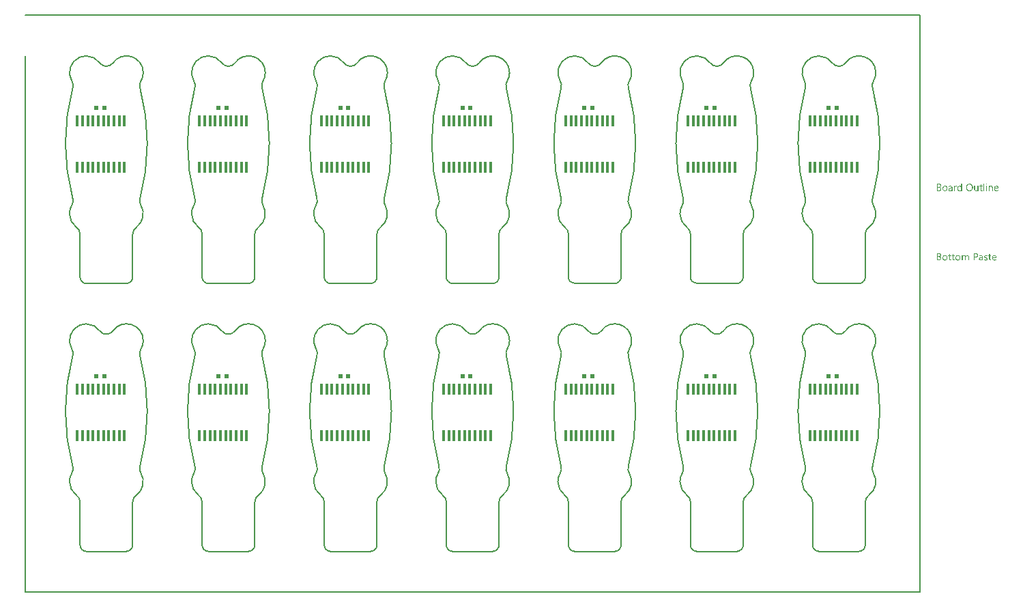
<source format=gbp>
G04*
G04 #@! TF.GenerationSoftware,Altium Limited,Altium Designer,21.9.2 (33)*
G04*
G04 Layer_Color=128*
%FSAX25Y25*%
%MOIN*%
G70*
G04*
G04 #@! TF.SameCoordinates,F74DCD8C-1FE1-40F9-8AA5-51ABB7E45146*
G04*
G04*
G04 #@! TF.FilePolarity,Positive*
G04*
G01*
G75*
%ADD25C,0.00787*%
%ADD35R,0.01575X0.05315*%
%ADD36R,0.01968X0.02165*%
G36*
X0449898Y0179606D02*
X0449923D01*
X0449978Y0179581D01*
X0450009Y0179563D01*
X0450040Y0179538D01*
X0450047Y0179532D01*
X0450053Y0179525D01*
X0450084Y0179488D01*
X0450108Y0179427D01*
X0450115Y0179389D01*
X0450121Y0179352D01*
Y0179346D01*
Y0179334D01*
X0450115Y0179315D01*
X0450108Y0179290D01*
X0450090Y0179228D01*
X0450065Y0179198D01*
X0450040Y0179166D01*
X0450034D01*
X0450028Y0179154D01*
X0449991Y0179129D01*
X0449935Y0179105D01*
X0449898Y0179098D01*
X0449861Y0179092D01*
X0449842D01*
X0449824Y0179098D01*
X0449799D01*
X0449737Y0179123D01*
X0449706Y0179136D01*
X0449675Y0179160D01*
Y0179166D01*
X0449663Y0179173D01*
X0449650Y0179191D01*
X0449638Y0179210D01*
X0449613Y0179272D01*
X0449607Y0179309D01*
X0449601Y0179352D01*
Y0179358D01*
Y0179371D01*
X0449607Y0179389D01*
X0449613Y0179420D01*
X0449632Y0179476D01*
X0449650Y0179507D01*
X0449675Y0179538D01*
X0449681Y0179544D01*
X0449688Y0179550D01*
X0449725Y0179575D01*
X0449787Y0179600D01*
X0449824Y0179612D01*
X0449880D01*
X0449898Y0179606D01*
D02*
G37*
G36*
X0437908Y0175942D02*
X0437506D01*
Y0176363D01*
X0437493D01*
Y0176356D01*
X0437481Y0176344D01*
X0437462Y0176319D01*
X0437444Y0176288D01*
X0437413Y0176251D01*
X0437376Y0176214D01*
X0437332Y0176171D01*
X0437283Y0176127D01*
X0437227Y0176078D01*
X0437159Y0176034D01*
X0437091Y0175997D01*
X0437010Y0175960D01*
X0436930Y0175929D01*
X0436837Y0175904D01*
X0436738Y0175892D01*
X0436633Y0175886D01*
X0436590D01*
X0436552Y0175892D01*
X0436515Y0175898D01*
X0436466Y0175904D01*
X0436361Y0175929D01*
X0436237Y0175966D01*
X0436113Y0176028D01*
X0436045Y0176065D01*
X0435989Y0176109D01*
X0435927Y0176164D01*
X0435872Y0176220D01*
Y0176226D01*
X0435859Y0176239D01*
X0435847Y0176257D01*
X0435828Y0176282D01*
X0435810Y0176313D01*
X0435785Y0176356D01*
X0435760Y0176406D01*
X0435735Y0176462D01*
X0435704Y0176523D01*
X0435680Y0176592D01*
X0435655Y0176666D01*
X0435636Y0176746D01*
X0435618Y0176833D01*
X0435605Y0176932D01*
X0435599Y0177031D01*
X0435593Y0177136D01*
Y0177142D01*
Y0177161D01*
Y0177198D01*
X0435599Y0177241D01*
X0435605Y0177291D01*
X0435611Y0177353D01*
X0435618Y0177421D01*
X0435630Y0177495D01*
X0435667Y0177656D01*
X0435723Y0177823D01*
X0435760Y0177904D01*
X0435803Y0177984D01*
X0435847Y0178059D01*
X0435903Y0178133D01*
X0435909Y0178139D01*
X0435915Y0178151D01*
X0435933Y0178170D01*
X0435958Y0178195D01*
X0435989Y0178219D01*
X0436032Y0178250D01*
X0436076Y0178288D01*
X0436125Y0178325D01*
X0436249Y0178393D01*
X0436391Y0178455D01*
X0436472Y0178473D01*
X0436559Y0178492D01*
X0436645Y0178504D01*
X0436744Y0178510D01*
X0436794D01*
X0436831Y0178504D01*
X0436868Y0178498D01*
X0436918Y0178492D01*
X0437029Y0178461D01*
X0437153Y0178411D01*
X0437215Y0178380D01*
X0437277Y0178337D01*
X0437339Y0178294D01*
X0437394Y0178238D01*
X0437444Y0178176D01*
X0437493Y0178102D01*
X0437506D01*
Y0179662D01*
X0437908D01*
Y0175942D01*
D02*
G37*
G36*
X0452176Y0178504D02*
X0452250Y0178498D01*
X0452343Y0178479D01*
X0452442Y0178448D01*
X0452547Y0178399D01*
X0452653Y0178331D01*
X0452696Y0178294D01*
X0452739Y0178244D01*
X0452752Y0178232D01*
X0452776Y0178195D01*
X0452807Y0178133D01*
X0452851Y0178046D01*
X0452888Y0177941D01*
X0452925Y0177811D01*
X0452950Y0177656D01*
X0452956Y0177477D01*
Y0175942D01*
X0452554D01*
Y0177371D01*
Y0177378D01*
Y0177409D01*
X0452547Y0177446D01*
Y0177495D01*
X0452535Y0177557D01*
X0452523Y0177625D01*
X0452504Y0177699D01*
X0452479Y0177774D01*
X0452448Y0177848D01*
X0452411Y0177916D01*
X0452362Y0177984D01*
X0452306Y0178046D01*
X0452244Y0178096D01*
X0452164Y0178133D01*
X0452077Y0178164D01*
X0451972Y0178170D01*
X0451959D01*
X0451922Y0178164D01*
X0451866Y0178158D01*
X0451798Y0178139D01*
X0451718Y0178114D01*
X0451631Y0178071D01*
X0451551Y0178015D01*
X0451470Y0177941D01*
X0451464Y0177928D01*
X0451439Y0177904D01*
X0451408Y0177854D01*
X0451371Y0177786D01*
X0451334Y0177706D01*
X0451303Y0177607D01*
X0451278Y0177495D01*
X0451272Y0177371D01*
Y0175942D01*
X0450870D01*
Y0178455D01*
X0451272D01*
Y0178034D01*
X0451285D01*
X0451291Y0178040D01*
X0451297Y0178052D01*
X0451316Y0178077D01*
X0451340Y0178108D01*
X0451365Y0178145D01*
X0451402Y0178182D01*
X0451446Y0178226D01*
X0451495Y0178275D01*
X0451551Y0178319D01*
X0451613Y0178362D01*
X0451681Y0178399D01*
X0451755Y0178436D01*
X0451829Y0178467D01*
X0451916Y0178492D01*
X0452009Y0178504D01*
X0452108Y0178510D01*
X0452145D01*
X0452176Y0178504D01*
D02*
G37*
G36*
X0435178Y0178492D02*
X0435253Y0178486D01*
X0435296Y0178473D01*
X0435327Y0178461D01*
Y0178046D01*
X0435321Y0178052D01*
X0435308Y0178059D01*
X0435284Y0178071D01*
X0435253Y0178089D01*
X0435209Y0178102D01*
X0435153Y0178114D01*
X0435092Y0178120D01*
X0435023Y0178127D01*
X0435011D01*
X0434980Y0178120D01*
X0434931Y0178114D01*
X0434875Y0178096D01*
X0434801Y0178065D01*
X0434733Y0178021D01*
X0434658Y0177960D01*
X0434590Y0177879D01*
X0434584Y0177867D01*
X0434565Y0177836D01*
X0434535Y0177780D01*
X0434504Y0177706D01*
X0434473Y0177613D01*
X0434442Y0177495D01*
X0434423Y0177365D01*
X0434417Y0177217D01*
Y0175942D01*
X0434015D01*
Y0178455D01*
X0434417D01*
Y0177935D01*
X0434429D01*
Y0177941D01*
X0434435Y0177947D01*
X0434448Y0177978D01*
X0434466Y0178028D01*
X0434497Y0178089D01*
X0434528Y0178151D01*
X0434578Y0178219D01*
X0434627Y0178288D01*
X0434689Y0178349D01*
X0434695Y0178356D01*
X0434720Y0178374D01*
X0434757Y0178399D01*
X0434807Y0178424D01*
X0434863Y0178448D01*
X0434931Y0178473D01*
X0435005Y0178492D01*
X0435085Y0178498D01*
X0435141D01*
X0435178Y0178492D01*
D02*
G37*
G36*
X0445918Y0175942D02*
X0445515D01*
Y0176338D01*
X0445503D01*
Y0176331D01*
X0445491Y0176319D01*
X0445478Y0176294D01*
X0445454Y0176270D01*
X0445398Y0176195D01*
X0445311Y0176115D01*
X0445262Y0176072D01*
X0445206Y0176028D01*
X0445144Y0175991D01*
X0445070Y0175954D01*
X0444996Y0175929D01*
X0444915Y0175904D01*
X0444822Y0175892D01*
X0444729Y0175886D01*
X0444692D01*
X0444649Y0175892D01*
X0444587Y0175904D01*
X0444519Y0175917D01*
X0444445Y0175942D01*
X0444364Y0175972D01*
X0444284Y0176022D01*
X0444197Y0176078D01*
X0444117Y0176146D01*
X0444042Y0176233D01*
X0443974Y0176338D01*
X0443912Y0176455D01*
X0443869Y0176598D01*
X0443844Y0176765D01*
X0443832Y0176851D01*
Y0176951D01*
Y0178455D01*
X0444228D01*
Y0177012D01*
Y0177006D01*
Y0176981D01*
X0444234Y0176938D01*
X0444240Y0176889D01*
X0444247Y0176827D01*
X0444259Y0176765D01*
X0444277Y0176690D01*
X0444302Y0176616D01*
X0444339Y0176542D01*
X0444377Y0176474D01*
X0444426Y0176406D01*
X0444488Y0176344D01*
X0444556Y0176294D01*
X0444637Y0176257D01*
X0444736Y0176226D01*
X0444841Y0176220D01*
X0444853D01*
X0444890Y0176226D01*
X0444946Y0176233D01*
X0445008Y0176245D01*
X0445088Y0176276D01*
X0445169Y0176313D01*
X0445249Y0176363D01*
X0445324Y0176437D01*
X0445330Y0176449D01*
X0445355Y0176474D01*
X0445386Y0176523D01*
X0445423Y0176592D01*
X0445454Y0176672D01*
X0445485Y0176771D01*
X0445509Y0176882D01*
X0445515Y0177006D01*
Y0178455D01*
X0445918D01*
Y0175942D01*
D02*
G37*
G36*
X0450053D02*
X0449650D01*
Y0178455D01*
X0450053D01*
Y0175942D01*
D02*
G37*
G36*
X0448833D02*
X0448431D01*
Y0179662D01*
X0448833D01*
Y0175942D01*
D02*
G37*
G36*
X0432455Y0178504D02*
X0432510Y0178498D01*
X0432578Y0178479D01*
X0432653Y0178461D01*
X0432733Y0178430D01*
X0432820Y0178393D01*
X0432900Y0178343D01*
X0432981Y0178281D01*
X0433055Y0178207D01*
X0433123Y0178114D01*
X0433179Y0178009D01*
X0433222Y0177885D01*
X0433247Y0177743D01*
X0433259Y0177576D01*
Y0175942D01*
X0432857D01*
Y0176331D01*
X0432845D01*
Y0176325D01*
X0432832Y0176313D01*
X0432820Y0176288D01*
X0432795Y0176263D01*
X0432733Y0176189D01*
X0432653Y0176109D01*
X0432541Y0176028D01*
X0432411Y0175954D01*
X0432331Y0175929D01*
X0432250Y0175904D01*
X0432164Y0175892D01*
X0432071Y0175886D01*
X0432034D01*
X0432009Y0175892D01*
X0431941Y0175898D01*
X0431860Y0175911D01*
X0431761Y0175935D01*
X0431669Y0175966D01*
X0431569Y0176016D01*
X0431483Y0176078D01*
X0431477Y0176090D01*
X0431452Y0176115D01*
X0431415Y0176158D01*
X0431378Y0176220D01*
X0431340Y0176294D01*
X0431303Y0176381D01*
X0431279Y0176486D01*
X0431272Y0176604D01*
Y0176610D01*
Y0176635D01*
X0431279Y0176672D01*
X0431285Y0176715D01*
X0431297Y0176771D01*
X0431316Y0176833D01*
X0431340Y0176901D01*
X0431378Y0176969D01*
X0431421Y0177043D01*
X0431477Y0177118D01*
X0431545Y0177186D01*
X0431625Y0177248D01*
X0431718Y0177310D01*
X0431829Y0177359D01*
X0431953Y0177396D01*
X0432102Y0177427D01*
X0432857Y0177532D01*
Y0177539D01*
Y0177557D01*
X0432851Y0177594D01*
Y0177631D01*
X0432838Y0177681D01*
X0432832Y0177737D01*
X0432795Y0177854D01*
X0432764Y0177910D01*
X0432733Y0177966D01*
X0432690Y0178021D01*
X0432640Y0178071D01*
X0432578Y0178114D01*
X0432510Y0178145D01*
X0432430Y0178164D01*
X0432337Y0178170D01*
X0432294D01*
X0432263Y0178164D01*
X0432219D01*
X0432176Y0178151D01*
X0432065Y0178133D01*
X0431941Y0178096D01*
X0431805Y0178040D01*
X0431730Y0178003D01*
X0431662Y0177966D01*
X0431588Y0177916D01*
X0431520Y0177860D01*
Y0178275D01*
X0431526D01*
X0431538Y0178288D01*
X0431557Y0178300D01*
X0431588Y0178312D01*
X0431619Y0178331D01*
X0431662Y0178349D01*
X0431712Y0178368D01*
X0431768Y0178393D01*
X0431891Y0178436D01*
X0432040Y0178473D01*
X0432201Y0178498D01*
X0432374Y0178510D01*
X0432411D01*
X0432455Y0178504D01*
D02*
G37*
G36*
X0426766Y0179451D02*
X0426809D01*
X0426853Y0179445D01*
X0426952Y0179433D01*
X0427069Y0179402D01*
X0427193Y0179365D01*
X0427311Y0179309D01*
X0427416Y0179235D01*
X0427422D01*
X0427428Y0179222D01*
X0427459Y0179198D01*
X0427503Y0179148D01*
X0427552Y0179080D01*
X0427596Y0178993D01*
X0427639Y0178894D01*
X0427670Y0178783D01*
X0427682Y0178721D01*
Y0178653D01*
Y0178647D01*
Y0178640D01*
Y0178603D01*
X0427676Y0178548D01*
X0427664Y0178479D01*
X0427645Y0178393D01*
X0427614Y0178306D01*
X0427577Y0178219D01*
X0427521Y0178133D01*
X0427515Y0178120D01*
X0427490Y0178096D01*
X0427453Y0178059D01*
X0427404Y0178009D01*
X0427342Y0177960D01*
X0427267Y0177904D01*
X0427175Y0177860D01*
X0427075Y0177817D01*
Y0177811D01*
X0427094D01*
X0427113Y0177805D01*
X0427131Y0177798D01*
X0427199Y0177786D01*
X0427280Y0177761D01*
X0427366Y0177724D01*
X0427459Y0177681D01*
X0427552Y0177619D01*
X0427639Y0177539D01*
X0427651Y0177526D01*
X0427676Y0177495D01*
X0427707Y0177452D01*
X0427750Y0177384D01*
X0427787Y0177297D01*
X0427824Y0177198D01*
X0427849Y0177081D01*
X0427855Y0176951D01*
Y0176944D01*
Y0176932D01*
Y0176907D01*
X0427849Y0176876D01*
X0427843Y0176839D01*
X0427837Y0176796D01*
X0427812Y0176690D01*
X0427775Y0176573D01*
X0427719Y0176449D01*
X0427682Y0176393D01*
X0427639Y0176331D01*
X0427583Y0176276D01*
X0427527Y0176220D01*
X0427521D01*
X0427515Y0176208D01*
X0427496Y0176195D01*
X0427472Y0176177D01*
X0427441Y0176158D01*
X0427397Y0176133D01*
X0427305Y0176084D01*
X0427187Y0176028D01*
X0427051Y0175985D01*
X0426890Y0175954D01*
X0426809Y0175948D01*
X0426717Y0175942D01*
X0425689D01*
Y0179457D01*
X0426735D01*
X0426766Y0179451D01*
D02*
G37*
G36*
X0447261Y0178455D02*
X0447899D01*
Y0178108D01*
X0447261D01*
Y0176690D01*
Y0176678D01*
Y0176647D01*
X0447267Y0176604D01*
X0447273Y0176548D01*
X0447298Y0176430D01*
X0447317Y0176375D01*
X0447348Y0176331D01*
X0447354Y0176325D01*
X0447366Y0176313D01*
X0447385Y0176301D01*
X0447416Y0176282D01*
X0447453Y0176257D01*
X0447503Y0176245D01*
X0447564Y0176233D01*
X0447633Y0176226D01*
X0447657D01*
X0447688Y0176233D01*
X0447725Y0176239D01*
X0447812Y0176263D01*
X0447855Y0176282D01*
X0447899Y0176307D01*
Y0175960D01*
X0447893D01*
X0447874Y0175948D01*
X0447843Y0175942D01*
X0447800Y0175929D01*
X0447744Y0175917D01*
X0447682Y0175904D01*
X0447608Y0175898D01*
X0447521Y0175892D01*
X0447490D01*
X0447459Y0175898D01*
X0447416Y0175904D01*
X0447366Y0175917D01*
X0447311Y0175929D01*
X0447255Y0175954D01*
X0447193Y0175985D01*
X0447131Y0176022D01*
X0447069Y0176072D01*
X0447014Y0176127D01*
X0446964Y0176201D01*
X0446921Y0176282D01*
X0446890Y0176381D01*
X0446865Y0176493D01*
X0446859Y0176622D01*
Y0178108D01*
X0446432D01*
Y0178455D01*
X0446859D01*
Y0179068D01*
X0447261Y0179198D01*
Y0178455D01*
D02*
G37*
G36*
X0454788Y0178504D02*
X0454832Y0178498D01*
X0454875Y0178492D01*
X0454986Y0178473D01*
X0455110Y0178430D01*
X0455234Y0178374D01*
X0455296Y0178337D01*
X0455358Y0178294D01*
X0455413Y0178244D01*
X0455469Y0178189D01*
X0455475Y0178182D01*
X0455481Y0178176D01*
X0455494Y0178158D01*
X0455512Y0178133D01*
X0455531Y0178096D01*
X0455556Y0178059D01*
X0455581Y0178015D01*
X0455605Y0177960D01*
X0455630Y0177898D01*
X0455655Y0177836D01*
X0455680Y0177761D01*
X0455698Y0177681D01*
X0455717Y0177594D01*
X0455729Y0177508D01*
X0455741Y0177409D01*
Y0177303D01*
Y0177093D01*
X0453965D01*
Y0177087D01*
Y0177074D01*
Y0177056D01*
X0453971Y0177025D01*
X0453977Y0176988D01*
Y0176951D01*
X0453996Y0176851D01*
X0454027Y0176752D01*
X0454064Y0176641D01*
X0454120Y0176536D01*
X0454188Y0176443D01*
X0454200Y0176430D01*
X0454225Y0176406D01*
X0454274Y0176375D01*
X0454343Y0176331D01*
X0454429Y0176288D01*
X0454528Y0176257D01*
X0454646Y0176233D01*
X0454782Y0176220D01*
X0454825D01*
X0454856Y0176226D01*
X0454893D01*
X0454937Y0176233D01*
X0455042Y0176257D01*
X0455160Y0176288D01*
X0455290Y0176338D01*
X0455426Y0176406D01*
X0455494Y0176449D01*
X0455562Y0176499D01*
Y0176121D01*
X0455556D01*
X0455549Y0176109D01*
X0455531Y0176102D01*
X0455500Y0176084D01*
X0455469Y0176065D01*
X0455432Y0176047D01*
X0455382Y0176028D01*
X0455333Y0176003D01*
X0455271Y0175979D01*
X0455203Y0175960D01*
X0455054Y0175923D01*
X0454881Y0175898D01*
X0454689Y0175886D01*
X0454640D01*
X0454602Y0175892D01*
X0454559Y0175898D01*
X0454503Y0175904D01*
X0454386Y0175929D01*
X0454250Y0175966D01*
X0454113Y0176028D01*
X0454045Y0176072D01*
X0453977Y0176115D01*
X0453915Y0176164D01*
X0453854Y0176226D01*
X0453847Y0176233D01*
X0453841Y0176245D01*
X0453829Y0176263D01*
X0453804Y0176288D01*
X0453785Y0176325D01*
X0453761Y0176369D01*
X0453730Y0176418D01*
X0453705Y0176474D01*
X0453674Y0176536D01*
X0453649Y0176610D01*
X0453618Y0176690D01*
X0453600Y0176777D01*
X0453581Y0176870D01*
X0453562Y0176969D01*
X0453556Y0177074D01*
X0453550Y0177186D01*
Y0177192D01*
Y0177210D01*
Y0177241D01*
X0453556Y0177285D01*
X0453562Y0177334D01*
X0453569Y0177390D01*
X0453575Y0177458D01*
X0453593Y0177526D01*
X0453631Y0177675D01*
X0453686Y0177836D01*
X0453723Y0177916D01*
X0453773Y0177990D01*
X0453823Y0178071D01*
X0453878Y0178139D01*
X0453884Y0178145D01*
X0453897Y0178158D01*
X0453915Y0178176D01*
X0453940Y0178195D01*
X0453971Y0178226D01*
X0454008Y0178257D01*
X0454058Y0178288D01*
X0454107Y0178325D01*
X0454225Y0178393D01*
X0454367Y0178455D01*
X0454448Y0178473D01*
X0454528Y0178492D01*
X0454615Y0178504D01*
X0454708Y0178510D01*
X0454757D01*
X0454788Y0178504D01*
D02*
G37*
G36*
X0441746Y0179513D02*
X0441808Y0179507D01*
X0441882Y0179495D01*
X0441962Y0179476D01*
X0442049Y0179457D01*
X0442136Y0179433D01*
X0442235Y0179402D01*
X0442328Y0179358D01*
X0442427Y0179309D01*
X0442526Y0179253D01*
X0442619Y0179185D01*
X0442711Y0179111D01*
X0442798Y0179024D01*
X0442804Y0179018D01*
X0442817Y0178999D01*
X0442841Y0178975D01*
X0442866Y0178937D01*
X0442903Y0178888D01*
X0442941Y0178826D01*
X0442978Y0178758D01*
X0443021Y0178684D01*
X0443064Y0178591D01*
X0443101Y0178498D01*
X0443139Y0178393D01*
X0443176Y0178275D01*
X0443200Y0178158D01*
X0443225Y0178028D01*
X0443238Y0177885D01*
X0443244Y0177743D01*
Y0177730D01*
Y0177706D01*
Y0177662D01*
X0443238Y0177601D01*
X0443231Y0177526D01*
X0443219Y0177446D01*
X0443207Y0177353D01*
X0443188Y0177248D01*
X0443163Y0177142D01*
X0443132Y0177031D01*
X0443095Y0176920D01*
X0443052Y0176808D01*
X0442996Y0176690D01*
X0442934Y0176585D01*
X0442866Y0176480D01*
X0442786Y0176381D01*
X0442780Y0176375D01*
X0442767Y0176363D01*
X0442736Y0176338D01*
X0442705Y0176307D01*
X0442656Y0176263D01*
X0442600Y0176226D01*
X0442538Y0176177D01*
X0442464Y0176133D01*
X0442383Y0176090D01*
X0442290Y0176041D01*
X0442192Y0176003D01*
X0442080Y0175966D01*
X0441962Y0175929D01*
X0441839Y0175904D01*
X0441709Y0175892D01*
X0441566Y0175886D01*
X0441535D01*
X0441492Y0175892D01*
X0441442D01*
X0441381Y0175898D01*
X0441306Y0175911D01*
X0441226Y0175929D01*
X0441133Y0175948D01*
X0441040Y0175972D01*
X0440941Y0176003D01*
X0440842Y0176047D01*
X0440743Y0176090D01*
X0440644Y0176146D01*
X0440545Y0176214D01*
X0440452Y0176288D01*
X0440366Y0176375D01*
X0440359Y0176381D01*
X0440347Y0176400D01*
X0440322Y0176424D01*
X0440297Y0176462D01*
X0440260Y0176511D01*
X0440223Y0176573D01*
X0440186Y0176641D01*
X0440143Y0176722D01*
X0440099Y0176808D01*
X0440062Y0176901D01*
X0440025Y0177006D01*
X0439988Y0177124D01*
X0439963Y0177241D01*
X0439938Y0177371D01*
X0439926Y0177514D01*
X0439920Y0177656D01*
Y0177669D01*
Y0177693D01*
X0439926Y0177737D01*
Y0177798D01*
X0439932Y0177867D01*
X0439945Y0177953D01*
X0439957Y0178046D01*
X0439976Y0178145D01*
X0440000Y0178250D01*
X0440031Y0178362D01*
X0440068Y0178473D01*
X0440112Y0178585D01*
X0440167Y0178696D01*
X0440229Y0178807D01*
X0440297Y0178913D01*
X0440378Y0179012D01*
X0440384Y0179018D01*
X0440396Y0179036D01*
X0440427Y0179061D01*
X0440464Y0179092D01*
X0440508Y0179129D01*
X0440563Y0179173D01*
X0440632Y0179216D01*
X0440706Y0179266D01*
X0440793Y0179315D01*
X0440885Y0179358D01*
X0440984Y0179402D01*
X0441096Y0179439D01*
X0441220Y0179470D01*
X0441350Y0179501D01*
X0441486Y0179513D01*
X0441628Y0179519D01*
X0441696D01*
X0441746Y0179513D01*
D02*
G37*
G36*
X0429719Y0178504D02*
X0429762Y0178498D01*
X0429818Y0178492D01*
X0429942Y0178467D01*
X0430084Y0178424D01*
X0430226Y0178362D01*
X0430301Y0178325D01*
X0430369Y0178281D01*
X0430437Y0178226D01*
X0430499Y0178164D01*
X0430505Y0178158D01*
X0430511Y0178145D01*
X0430530Y0178127D01*
X0430548Y0178102D01*
X0430573Y0178065D01*
X0430598Y0178021D01*
X0430629Y0177972D01*
X0430659Y0177916D01*
X0430684Y0177848D01*
X0430715Y0177780D01*
X0430740Y0177699D01*
X0430765Y0177613D01*
X0430783Y0177520D01*
X0430802Y0177421D01*
X0430808Y0177316D01*
X0430814Y0177204D01*
Y0177198D01*
Y0177180D01*
Y0177149D01*
X0430808Y0177105D01*
X0430802Y0177056D01*
X0430796Y0176994D01*
X0430783Y0176932D01*
X0430771Y0176858D01*
X0430734Y0176709D01*
X0430672Y0176548D01*
X0430635Y0176468D01*
X0430585Y0176387D01*
X0430536Y0176313D01*
X0430474Y0176245D01*
X0430468Y0176239D01*
X0430455Y0176233D01*
X0430437Y0176214D01*
X0430412Y0176189D01*
X0430375Y0176164D01*
X0430338Y0176133D01*
X0430288Y0176096D01*
X0430232Y0176065D01*
X0430170Y0176034D01*
X0430102Y0175997D01*
X0430028Y0175966D01*
X0429948Y0175942D01*
X0429861Y0175917D01*
X0429768Y0175904D01*
X0429669Y0175892D01*
X0429564Y0175886D01*
X0429508D01*
X0429471Y0175892D01*
X0429428Y0175898D01*
X0429372Y0175904D01*
X0429310Y0175917D01*
X0429242Y0175929D01*
X0429100Y0175972D01*
X0428951Y0176034D01*
X0428877Y0176072D01*
X0428809Y0176121D01*
X0428741Y0176171D01*
X0428673Y0176233D01*
X0428666Y0176239D01*
X0428660Y0176251D01*
X0428642Y0176270D01*
X0428623Y0176294D01*
X0428598Y0176331D01*
X0428567Y0176375D01*
X0428536Y0176424D01*
X0428512Y0176480D01*
X0428481Y0176548D01*
X0428450Y0176616D01*
X0428419Y0176690D01*
X0428394Y0176777D01*
X0428357Y0176963D01*
X0428351Y0177062D01*
X0428344Y0177167D01*
Y0177173D01*
Y0177198D01*
Y0177229D01*
X0428351Y0177272D01*
X0428357Y0177322D01*
X0428363Y0177384D01*
X0428375Y0177452D01*
X0428388Y0177526D01*
X0428425Y0177687D01*
X0428487Y0177848D01*
X0428530Y0177928D01*
X0428574Y0178009D01*
X0428623Y0178083D01*
X0428685Y0178151D01*
X0428691Y0178158D01*
X0428703Y0178170D01*
X0428722Y0178182D01*
X0428747Y0178207D01*
X0428784Y0178232D01*
X0428827Y0178263D01*
X0428877Y0178300D01*
X0428933Y0178331D01*
X0428994Y0178362D01*
X0429069Y0178399D01*
X0429143Y0178430D01*
X0429230Y0178455D01*
X0429316Y0178479D01*
X0429415Y0178498D01*
X0429521Y0178504D01*
X0429626Y0178510D01*
X0429681D01*
X0429719Y0178504D01*
D02*
G37*
G36*
X0449818Y0144646D02*
X0449898Y0144640D01*
X0449985Y0144627D01*
X0450084Y0144603D01*
X0450183Y0144578D01*
X0450282Y0144541D01*
Y0144132D01*
X0450270Y0144138D01*
X0450232Y0144163D01*
X0450177Y0144188D01*
X0450102Y0144225D01*
X0450009Y0144256D01*
X0449898Y0144287D01*
X0449774Y0144306D01*
X0449644Y0144312D01*
X0449576D01*
X0449514Y0144299D01*
X0449440Y0144287D01*
X0449434D01*
X0449428Y0144281D01*
X0449391Y0144268D01*
X0449341Y0144244D01*
X0449285Y0144213D01*
X0449273Y0144206D01*
X0449248Y0144182D01*
X0449217Y0144144D01*
X0449186Y0144101D01*
X0449180Y0144089D01*
X0449168Y0144058D01*
X0449155Y0144015D01*
X0449149Y0143959D01*
Y0143953D01*
Y0143940D01*
Y0143922D01*
X0449155Y0143903D01*
X0449168Y0143847D01*
X0449186Y0143792D01*
X0449192Y0143779D01*
X0449211Y0143755D01*
X0449248Y0143717D01*
X0449291Y0143674D01*
X0449298D01*
X0449304Y0143668D01*
X0449341Y0143643D01*
X0449391Y0143612D01*
X0449459Y0143581D01*
X0449465D01*
X0449477Y0143575D01*
X0449496Y0143569D01*
X0449527Y0143556D01*
X0449595Y0143532D01*
X0449681Y0143495D01*
X0449688D01*
X0449712Y0143482D01*
X0449743Y0143470D01*
X0449781Y0143457D01*
X0449880Y0143414D01*
X0449978Y0143365D01*
X0449985D01*
X0450003Y0143352D01*
X0450028Y0143340D01*
X0450059Y0143321D01*
X0450133Y0143272D01*
X0450208Y0143210D01*
X0450214Y0143204D01*
X0450226Y0143198D01*
X0450239Y0143179D01*
X0450263Y0143154D01*
X0450307Y0143092D01*
X0450350Y0143012D01*
Y0143006D01*
X0450356Y0142993D01*
X0450368Y0142968D01*
X0450375Y0142938D01*
X0450387Y0142900D01*
X0450393Y0142857D01*
X0450399Y0142752D01*
Y0142746D01*
Y0142721D01*
X0450393Y0142684D01*
X0450387Y0142640D01*
X0450381Y0142591D01*
X0450362Y0142535D01*
X0450344Y0142486D01*
X0450313Y0142430D01*
X0450307Y0142424D01*
X0450300Y0142405D01*
X0450282Y0142380D01*
X0450257Y0142349D01*
X0450226Y0142312D01*
X0450189Y0142275D01*
X0450096Y0142201D01*
X0450090Y0142195D01*
X0450071Y0142189D01*
X0450047Y0142170D01*
X0450003Y0142151D01*
X0449960Y0142127D01*
X0449904Y0142108D01*
X0449849Y0142089D01*
X0449781Y0142071D01*
X0449774D01*
X0449750Y0142065D01*
X0449712Y0142059D01*
X0449669Y0142052D01*
X0449607Y0142040D01*
X0449545Y0142034D01*
X0449403Y0142028D01*
X0449341D01*
X0449267Y0142034D01*
X0449174Y0142046D01*
X0449069Y0142065D01*
X0448957Y0142089D01*
X0448846Y0142120D01*
X0448734Y0142170D01*
Y0142603D01*
X0448740D01*
X0448747Y0142591D01*
X0448765Y0142578D01*
X0448790Y0142566D01*
X0448858Y0142529D01*
X0448951Y0142486D01*
X0449056Y0142436D01*
X0449180Y0142399D01*
X0449316Y0142374D01*
X0449459Y0142362D01*
X0449508D01*
X0449539Y0142368D01*
X0449626Y0142380D01*
X0449725Y0142405D01*
X0449818Y0142448D01*
X0449861Y0142479D01*
X0449904Y0142510D01*
X0449935Y0142554D01*
X0449960Y0142597D01*
X0449978Y0142653D01*
X0449985Y0142715D01*
Y0142721D01*
Y0142733D01*
Y0142752D01*
X0449978Y0142770D01*
X0449966Y0142826D01*
X0449941Y0142882D01*
Y0142888D01*
X0449935Y0142894D01*
X0449910Y0142925D01*
X0449873Y0142968D01*
X0449818Y0143006D01*
X0449811D01*
X0449805Y0143018D01*
X0449768Y0143036D01*
X0449712Y0143074D01*
X0449638Y0143105D01*
X0449632D01*
X0449619Y0143111D01*
X0449601Y0143123D01*
X0449570Y0143136D01*
X0449502Y0143160D01*
X0449415Y0143198D01*
X0449409D01*
X0449384Y0143210D01*
X0449353Y0143222D01*
X0449316Y0143235D01*
X0449217Y0143278D01*
X0449118Y0143327D01*
X0449112Y0143334D01*
X0449099Y0143340D01*
X0449075Y0143352D01*
X0449044Y0143371D01*
X0448976Y0143420D01*
X0448908Y0143476D01*
X0448902Y0143482D01*
X0448895Y0143488D01*
X0448877Y0143507D01*
X0448858Y0143532D01*
X0448815Y0143594D01*
X0448778Y0143668D01*
Y0143674D01*
X0448771Y0143686D01*
X0448765Y0143711D01*
X0448759Y0143742D01*
X0448753Y0143779D01*
X0448747Y0143823D01*
X0448740Y0143928D01*
Y0143934D01*
Y0143959D01*
X0448747Y0143990D01*
X0448753Y0144033D01*
X0448759Y0144083D01*
X0448778Y0144132D01*
X0448796Y0144188D01*
X0448821Y0144237D01*
X0448827Y0144244D01*
X0448833Y0144262D01*
X0448852Y0144287D01*
X0448877Y0144318D01*
X0448945Y0144392D01*
X0449031Y0144466D01*
X0449038Y0144473D01*
X0449056Y0144479D01*
X0449081Y0144497D01*
X0449124Y0144516D01*
X0449168Y0144541D01*
X0449217Y0144565D01*
X0449341Y0144603D01*
X0449347D01*
X0449372Y0144609D01*
X0449403Y0144621D01*
X0449452Y0144627D01*
X0449502Y0144640D01*
X0449564Y0144646D01*
X0449700Y0144652D01*
X0449756D01*
X0449818Y0144646D01*
D02*
G37*
G36*
X0440625D02*
X0440681Y0144633D01*
X0440743Y0144621D01*
X0440811Y0144596D01*
X0440892Y0144565D01*
X0440966Y0144522D01*
X0441046Y0144473D01*
X0441121Y0144404D01*
X0441189Y0144318D01*
X0441251Y0144219D01*
X0441306Y0144107D01*
X0441343Y0143965D01*
X0441374Y0143810D01*
X0441381Y0143631D01*
Y0142083D01*
X0440978D01*
Y0143526D01*
Y0143532D01*
Y0143544D01*
Y0143563D01*
Y0143594D01*
X0440972Y0143668D01*
X0440960Y0143755D01*
X0440947Y0143854D01*
X0440923Y0143953D01*
X0440892Y0144045D01*
X0440848Y0144126D01*
X0440842Y0144132D01*
X0440824Y0144157D01*
X0440793Y0144188D01*
X0440743Y0144219D01*
X0440687Y0144256D01*
X0440613Y0144281D01*
X0440520Y0144306D01*
X0440415Y0144312D01*
X0440403D01*
X0440372Y0144306D01*
X0440322Y0144299D01*
X0440260Y0144281D01*
X0440192Y0144256D01*
X0440118Y0144213D01*
X0440044Y0144157D01*
X0439976Y0144076D01*
X0439969Y0144064D01*
X0439951Y0144033D01*
X0439920Y0143984D01*
X0439889Y0143915D01*
X0439852Y0143835D01*
X0439827Y0143742D01*
X0439802Y0143631D01*
X0439796Y0143513D01*
Y0142083D01*
X0439394D01*
Y0143575D01*
Y0143581D01*
Y0143606D01*
X0439387Y0143643D01*
Y0143693D01*
X0439375Y0143748D01*
X0439363Y0143810D01*
X0439344Y0143872D01*
X0439326Y0143947D01*
X0439295Y0144015D01*
X0439257Y0144076D01*
X0439208Y0144138D01*
X0439152Y0144194D01*
X0439090Y0144244D01*
X0439010Y0144281D01*
X0438923Y0144306D01*
X0438824Y0144312D01*
X0438812D01*
X0438781Y0144306D01*
X0438731Y0144299D01*
X0438669Y0144287D01*
X0438601Y0144256D01*
X0438527Y0144219D01*
X0438453Y0144163D01*
X0438385Y0144089D01*
X0438378Y0144076D01*
X0438360Y0144052D01*
X0438329Y0144002D01*
X0438298Y0143934D01*
X0438267Y0143854D01*
X0438236Y0143755D01*
X0438217Y0143643D01*
X0438211Y0143513D01*
Y0142083D01*
X0437809D01*
Y0144596D01*
X0438211D01*
Y0144194D01*
X0438224D01*
X0438230Y0144200D01*
X0438236Y0144213D01*
X0438255Y0144237D01*
X0438273Y0144268D01*
X0438335Y0144336D01*
X0438422Y0144423D01*
X0438533Y0144510D01*
X0438663Y0144578D01*
X0438744Y0144609D01*
X0438824Y0144633D01*
X0438911Y0144646D01*
X0439004Y0144652D01*
X0439047D01*
X0439096Y0144646D01*
X0439158Y0144633D01*
X0439226Y0144615D01*
X0439301Y0144590D01*
X0439375Y0144559D01*
X0439449Y0144510D01*
X0439456Y0144504D01*
X0439480Y0144485D01*
X0439511Y0144454D01*
X0439555Y0144411D01*
X0439598Y0144355D01*
X0439641Y0144293D01*
X0439685Y0144219D01*
X0439715Y0144132D01*
X0439722Y0144138D01*
X0439728Y0144157D01*
X0439747Y0144182D01*
X0439765Y0144213D01*
X0439796Y0144256D01*
X0439833Y0144299D01*
X0439877Y0144343D01*
X0439926Y0144392D01*
X0439982Y0144442D01*
X0440044Y0144485D01*
X0440112Y0144535D01*
X0440186Y0144572D01*
X0440266Y0144603D01*
X0440353Y0144627D01*
X0440452Y0144646D01*
X0440551Y0144652D01*
X0440588D01*
X0440625Y0144646D01*
D02*
G37*
G36*
X0447323D02*
X0447379Y0144640D01*
X0447447Y0144621D01*
X0447521Y0144603D01*
X0447602Y0144572D01*
X0447688Y0144535D01*
X0447769Y0144485D01*
X0447849Y0144423D01*
X0447923Y0144349D01*
X0447992Y0144256D01*
X0448047Y0144151D01*
X0448091Y0144027D01*
X0448115Y0143885D01*
X0448128Y0143717D01*
Y0142083D01*
X0447725D01*
Y0142473D01*
X0447713D01*
Y0142467D01*
X0447701Y0142455D01*
X0447688Y0142430D01*
X0447663Y0142405D01*
X0447602Y0142331D01*
X0447521Y0142250D01*
X0447410Y0142170D01*
X0447280Y0142096D01*
X0447199Y0142071D01*
X0447119Y0142046D01*
X0447032Y0142034D01*
X0446939Y0142028D01*
X0446902D01*
X0446877Y0142034D01*
X0446809Y0142040D01*
X0446729Y0142052D01*
X0446630Y0142077D01*
X0446537Y0142108D01*
X0446438Y0142157D01*
X0446351Y0142219D01*
X0446345Y0142232D01*
X0446320Y0142257D01*
X0446283Y0142300D01*
X0446246Y0142362D01*
X0446209Y0142436D01*
X0446172Y0142523D01*
X0446147Y0142628D01*
X0446141Y0142746D01*
Y0142752D01*
Y0142777D01*
X0446147Y0142814D01*
X0446153Y0142857D01*
X0446166Y0142913D01*
X0446184Y0142975D01*
X0446209Y0143043D01*
X0446246Y0143111D01*
X0446289Y0143185D01*
X0446345Y0143259D01*
X0446413Y0143327D01*
X0446494Y0143389D01*
X0446586Y0143451D01*
X0446698Y0143501D01*
X0446822Y0143538D01*
X0446970Y0143569D01*
X0447725Y0143674D01*
Y0143680D01*
Y0143699D01*
X0447719Y0143736D01*
Y0143773D01*
X0447707Y0143823D01*
X0447701Y0143878D01*
X0447663Y0143996D01*
X0447633Y0144052D01*
X0447602Y0144107D01*
X0447558Y0144163D01*
X0447509Y0144213D01*
X0447447Y0144256D01*
X0447379Y0144287D01*
X0447298Y0144306D01*
X0447205Y0144312D01*
X0447162D01*
X0447131Y0144306D01*
X0447088D01*
X0447045Y0144293D01*
X0446933Y0144274D01*
X0446809Y0144237D01*
X0446673Y0144182D01*
X0446599Y0144144D01*
X0446531Y0144107D01*
X0446456Y0144058D01*
X0446388Y0144002D01*
Y0144417D01*
X0446394D01*
X0446407Y0144429D01*
X0446425Y0144442D01*
X0446456Y0144454D01*
X0446487Y0144473D01*
X0446531Y0144491D01*
X0446580Y0144510D01*
X0446636Y0144535D01*
X0446760Y0144578D01*
X0446908Y0144615D01*
X0447069Y0144640D01*
X0447243Y0144652D01*
X0447280D01*
X0447323Y0144646D01*
D02*
G37*
G36*
X0444624Y0145593D02*
X0444674D01*
X0444723Y0145587D01*
X0444853Y0145562D01*
X0444989Y0145531D01*
X0445138Y0145482D01*
X0445280Y0145413D01*
X0445342Y0145370D01*
X0445404Y0145321D01*
X0445410D01*
X0445416Y0145308D01*
X0445435Y0145290D01*
X0445454Y0145271D01*
X0445503Y0145209D01*
X0445565Y0145123D01*
X0445621Y0145011D01*
X0445670Y0144881D01*
X0445707Y0144726D01*
X0445714Y0144640D01*
X0445720Y0144547D01*
Y0144541D01*
Y0144522D01*
Y0144497D01*
X0445714Y0144466D01*
X0445707Y0144423D01*
X0445701Y0144374D01*
X0445677Y0144256D01*
X0445633Y0144126D01*
X0445571Y0143990D01*
X0445534Y0143922D01*
X0445491Y0143854D01*
X0445435Y0143786D01*
X0445373Y0143724D01*
X0445367Y0143717D01*
X0445355Y0143711D01*
X0445336Y0143693D01*
X0445311Y0143674D01*
X0445274Y0143649D01*
X0445231Y0143625D01*
X0445181Y0143594D01*
X0445126Y0143569D01*
X0445064Y0143538D01*
X0444996Y0143507D01*
X0444915Y0143482D01*
X0444835Y0143457D01*
X0444649Y0143420D01*
X0444550Y0143414D01*
X0444445Y0143408D01*
X0443980D01*
Y0142083D01*
X0443566D01*
Y0145599D01*
X0444587D01*
X0444624Y0145593D01*
D02*
G37*
G36*
X0426766D02*
X0426809D01*
X0426853Y0145587D01*
X0426952Y0145574D01*
X0427069Y0145544D01*
X0427193Y0145506D01*
X0427311Y0145451D01*
X0427416Y0145376D01*
X0427422D01*
X0427428Y0145364D01*
X0427459Y0145339D01*
X0427503Y0145290D01*
X0427552Y0145222D01*
X0427596Y0145135D01*
X0427639Y0145036D01*
X0427670Y0144924D01*
X0427682Y0144863D01*
Y0144794D01*
Y0144788D01*
Y0144782D01*
Y0144745D01*
X0427676Y0144689D01*
X0427664Y0144621D01*
X0427645Y0144535D01*
X0427614Y0144448D01*
X0427577Y0144361D01*
X0427521Y0144274D01*
X0427515Y0144262D01*
X0427490Y0144237D01*
X0427453Y0144200D01*
X0427404Y0144151D01*
X0427342Y0144101D01*
X0427267Y0144045D01*
X0427175Y0144002D01*
X0427075Y0143959D01*
Y0143953D01*
X0427094D01*
X0427113Y0143947D01*
X0427131Y0143940D01*
X0427199Y0143928D01*
X0427280Y0143903D01*
X0427366Y0143866D01*
X0427459Y0143823D01*
X0427552Y0143761D01*
X0427639Y0143680D01*
X0427651Y0143668D01*
X0427676Y0143637D01*
X0427707Y0143594D01*
X0427750Y0143526D01*
X0427787Y0143439D01*
X0427824Y0143340D01*
X0427849Y0143222D01*
X0427855Y0143092D01*
Y0143086D01*
Y0143074D01*
Y0143049D01*
X0427849Y0143018D01*
X0427843Y0142981D01*
X0427837Y0142938D01*
X0427812Y0142832D01*
X0427775Y0142715D01*
X0427719Y0142591D01*
X0427682Y0142535D01*
X0427639Y0142473D01*
X0427583Y0142418D01*
X0427527Y0142362D01*
X0427521D01*
X0427515Y0142349D01*
X0427496Y0142337D01*
X0427472Y0142318D01*
X0427441Y0142300D01*
X0427397Y0142275D01*
X0427305Y0142226D01*
X0427187Y0142170D01*
X0427051Y0142127D01*
X0426890Y0142096D01*
X0426809Y0142089D01*
X0426717Y0142083D01*
X0425689D01*
Y0145599D01*
X0426735D01*
X0426766Y0145593D01*
D02*
G37*
G36*
X0451551Y0144596D02*
X0452188D01*
Y0144250D01*
X0451551D01*
Y0142832D01*
Y0142820D01*
Y0142789D01*
X0451557Y0142746D01*
X0451563Y0142690D01*
X0451588Y0142572D01*
X0451607Y0142517D01*
X0451637Y0142473D01*
X0451644Y0142467D01*
X0451656Y0142455D01*
X0451675Y0142442D01*
X0451706Y0142424D01*
X0451743Y0142399D01*
X0451792Y0142387D01*
X0451854Y0142374D01*
X0451922Y0142368D01*
X0451947D01*
X0451978Y0142374D01*
X0452015Y0142380D01*
X0452102Y0142405D01*
X0452145Y0142424D01*
X0452188Y0142448D01*
Y0142102D01*
X0452182D01*
X0452164Y0142089D01*
X0452133Y0142083D01*
X0452089Y0142071D01*
X0452034Y0142059D01*
X0451972Y0142046D01*
X0451897Y0142040D01*
X0451811Y0142034D01*
X0451780D01*
X0451749Y0142040D01*
X0451706Y0142046D01*
X0451656Y0142059D01*
X0451600Y0142071D01*
X0451545Y0142096D01*
X0451483Y0142127D01*
X0451421Y0142164D01*
X0451359Y0142213D01*
X0451303Y0142269D01*
X0451254Y0142343D01*
X0451210Y0142424D01*
X0451179Y0142523D01*
X0451155Y0142634D01*
X0451148Y0142764D01*
Y0144250D01*
X0450721D01*
Y0144596D01*
X0451148D01*
Y0145209D01*
X0451551Y0145339D01*
Y0144596D01*
D02*
G37*
G36*
X0433693D02*
X0434330D01*
Y0144250D01*
X0433693D01*
Y0142832D01*
Y0142820D01*
Y0142789D01*
X0433699Y0142746D01*
X0433705Y0142690D01*
X0433730Y0142572D01*
X0433748Y0142517D01*
X0433779Y0142473D01*
X0433785Y0142467D01*
X0433798Y0142455D01*
X0433816Y0142442D01*
X0433847Y0142424D01*
X0433884Y0142399D01*
X0433934Y0142387D01*
X0433996Y0142374D01*
X0434064Y0142368D01*
X0434089D01*
X0434120Y0142374D01*
X0434157Y0142380D01*
X0434243Y0142405D01*
X0434287Y0142424D01*
X0434330Y0142448D01*
Y0142102D01*
X0434324D01*
X0434305Y0142089D01*
X0434274Y0142083D01*
X0434231Y0142071D01*
X0434175Y0142059D01*
X0434114Y0142046D01*
X0434039Y0142040D01*
X0433953Y0142034D01*
X0433922D01*
X0433891Y0142040D01*
X0433847Y0142046D01*
X0433798Y0142059D01*
X0433742Y0142071D01*
X0433686Y0142096D01*
X0433625Y0142127D01*
X0433563Y0142164D01*
X0433501Y0142213D01*
X0433445Y0142269D01*
X0433395Y0142343D01*
X0433352Y0142424D01*
X0433321Y0142523D01*
X0433296Y0142634D01*
X0433290Y0142764D01*
Y0144250D01*
X0432863D01*
Y0144596D01*
X0433290D01*
Y0145209D01*
X0433693Y0145339D01*
Y0144596D01*
D02*
G37*
G36*
X0431990D02*
X0432628D01*
Y0144250D01*
X0431990D01*
Y0142832D01*
Y0142820D01*
Y0142789D01*
X0431997Y0142746D01*
X0432003Y0142690D01*
X0432027Y0142572D01*
X0432046Y0142517D01*
X0432077Y0142473D01*
X0432083Y0142467D01*
X0432096Y0142455D01*
X0432114Y0142442D01*
X0432145Y0142424D01*
X0432182Y0142399D01*
X0432232Y0142387D01*
X0432294Y0142374D01*
X0432362Y0142368D01*
X0432386D01*
X0432417Y0142374D01*
X0432455Y0142380D01*
X0432541Y0142405D01*
X0432585Y0142424D01*
X0432628Y0142448D01*
Y0142102D01*
X0432622D01*
X0432603Y0142089D01*
X0432572Y0142083D01*
X0432529Y0142071D01*
X0432473Y0142059D01*
X0432411Y0142046D01*
X0432337Y0142040D01*
X0432250Y0142034D01*
X0432219D01*
X0432189Y0142040D01*
X0432145Y0142046D01*
X0432096Y0142059D01*
X0432040Y0142071D01*
X0431984Y0142096D01*
X0431922Y0142127D01*
X0431860Y0142164D01*
X0431799Y0142213D01*
X0431743Y0142269D01*
X0431693Y0142343D01*
X0431650Y0142424D01*
X0431619Y0142523D01*
X0431594Y0142634D01*
X0431588Y0142764D01*
Y0144250D01*
X0431161D01*
Y0144596D01*
X0431588D01*
Y0145209D01*
X0431990Y0145339D01*
Y0144596D01*
D02*
G37*
G36*
X0453792Y0144646D02*
X0453835Y0144640D01*
X0453878Y0144633D01*
X0453990Y0144615D01*
X0454113Y0144572D01*
X0454237Y0144516D01*
X0454299Y0144479D01*
X0454361Y0144436D01*
X0454417Y0144386D01*
X0454472Y0144330D01*
X0454479Y0144324D01*
X0454485Y0144318D01*
X0454497Y0144299D01*
X0454516Y0144274D01*
X0454534Y0144237D01*
X0454559Y0144200D01*
X0454584Y0144157D01*
X0454609Y0144101D01*
X0454633Y0144039D01*
X0454658Y0143977D01*
X0454683Y0143903D01*
X0454702Y0143823D01*
X0454720Y0143736D01*
X0454732Y0143649D01*
X0454745Y0143550D01*
Y0143445D01*
Y0143235D01*
X0452968D01*
Y0143228D01*
Y0143216D01*
Y0143198D01*
X0452975Y0143166D01*
X0452981Y0143129D01*
Y0143092D01*
X0452999Y0142993D01*
X0453030Y0142894D01*
X0453067Y0142783D01*
X0453123Y0142677D01*
X0453191Y0142585D01*
X0453203Y0142572D01*
X0453228Y0142548D01*
X0453278Y0142517D01*
X0453346Y0142473D01*
X0453433Y0142430D01*
X0453532Y0142399D01*
X0453649Y0142374D01*
X0453785Y0142362D01*
X0453829D01*
X0453860Y0142368D01*
X0453897D01*
X0453940Y0142374D01*
X0454045Y0142399D01*
X0454163Y0142430D01*
X0454293Y0142479D01*
X0454429Y0142548D01*
X0454497Y0142591D01*
X0454565Y0142640D01*
Y0142263D01*
X0454559D01*
X0454553Y0142250D01*
X0454534Y0142244D01*
X0454503Y0142226D01*
X0454472Y0142207D01*
X0454435Y0142189D01*
X0454386Y0142170D01*
X0454336Y0142145D01*
X0454274Y0142120D01*
X0454206Y0142102D01*
X0454058Y0142065D01*
X0453884Y0142040D01*
X0453692Y0142028D01*
X0453643D01*
X0453606Y0142034D01*
X0453562Y0142040D01*
X0453507Y0142046D01*
X0453389Y0142071D01*
X0453253Y0142108D01*
X0453117Y0142170D01*
X0453049Y0142213D01*
X0452981Y0142257D01*
X0452919Y0142306D01*
X0452857Y0142368D01*
X0452851Y0142374D01*
X0452844Y0142387D01*
X0452832Y0142405D01*
X0452807Y0142430D01*
X0452789Y0142467D01*
X0452764Y0142510D01*
X0452733Y0142560D01*
X0452708Y0142616D01*
X0452677Y0142677D01*
X0452653Y0142752D01*
X0452622Y0142832D01*
X0452603Y0142919D01*
X0452585Y0143012D01*
X0452566Y0143111D01*
X0452560Y0143216D01*
X0452554Y0143327D01*
Y0143334D01*
Y0143352D01*
Y0143383D01*
X0452560Y0143427D01*
X0452566Y0143476D01*
X0452572Y0143532D01*
X0452578Y0143600D01*
X0452597Y0143668D01*
X0452634Y0143816D01*
X0452690Y0143977D01*
X0452727Y0144058D01*
X0452776Y0144132D01*
X0452826Y0144213D01*
X0452882Y0144281D01*
X0452888Y0144287D01*
X0452900Y0144299D01*
X0452919Y0144318D01*
X0452944Y0144336D01*
X0452975Y0144367D01*
X0453012Y0144398D01*
X0453061Y0144429D01*
X0453111Y0144466D01*
X0453228Y0144535D01*
X0453371Y0144596D01*
X0453451Y0144615D01*
X0453532Y0144633D01*
X0453618Y0144646D01*
X0453711Y0144652D01*
X0453761D01*
X0453792Y0144646D01*
D02*
G37*
G36*
X0436070D02*
X0436113Y0144640D01*
X0436169Y0144633D01*
X0436292Y0144609D01*
X0436435Y0144565D01*
X0436577Y0144504D01*
X0436652Y0144466D01*
X0436720Y0144423D01*
X0436788Y0144367D01*
X0436849Y0144306D01*
X0436856Y0144299D01*
X0436862Y0144287D01*
X0436880Y0144268D01*
X0436899Y0144244D01*
X0436924Y0144206D01*
X0436949Y0144163D01*
X0436979Y0144114D01*
X0437010Y0144058D01*
X0437035Y0143990D01*
X0437066Y0143922D01*
X0437091Y0143841D01*
X0437116Y0143755D01*
X0437134Y0143662D01*
X0437153Y0143563D01*
X0437159Y0143457D01*
X0437165Y0143346D01*
Y0143340D01*
Y0143321D01*
Y0143290D01*
X0437159Y0143247D01*
X0437153Y0143198D01*
X0437147Y0143136D01*
X0437134Y0143074D01*
X0437122Y0142999D01*
X0437085Y0142851D01*
X0437023Y0142690D01*
X0436986Y0142609D01*
X0436936Y0142529D01*
X0436887Y0142455D01*
X0436825Y0142387D01*
X0436819Y0142380D01*
X0436806Y0142374D01*
X0436788Y0142356D01*
X0436763Y0142331D01*
X0436726Y0142306D01*
X0436689Y0142275D01*
X0436639Y0142238D01*
X0436583Y0142207D01*
X0436521Y0142176D01*
X0436453Y0142139D01*
X0436379Y0142108D01*
X0436299Y0142083D01*
X0436212Y0142059D01*
X0436119Y0142046D01*
X0436020Y0142034D01*
X0435915Y0142028D01*
X0435859D01*
X0435822Y0142034D01*
X0435779Y0142040D01*
X0435723Y0142046D01*
X0435661Y0142059D01*
X0435593Y0142071D01*
X0435451Y0142114D01*
X0435302Y0142176D01*
X0435228Y0142213D01*
X0435160Y0142263D01*
X0435092Y0142312D01*
X0435023Y0142374D01*
X0435017Y0142380D01*
X0435011Y0142393D01*
X0434993Y0142411D01*
X0434974Y0142436D01*
X0434949Y0142473D01*
X0434918Y0142517D01*
X0434887Y0142566D01*
X0434863Y0142622D01*
X0434832Y0142690D01*
X0434801Y0142758D01*
X0434770Y0142832D01*
X0434745Y0142919D01*
X0434708Y0143105D01*
X0434702Y0143204D01*
X0434695Y0143309D01*
Y0143315D01*
Y0143340D01*
Y0143371D01*
X0434702Y0143414D01*
X0434708Y0143464D01*
X0434714Y0143526D01*
X0434726Y0143594D01*
X0434739Y0143668D01*
X0434776Y0143829D01*
X0434838Y0143990D01*
X0434881Y0144070D01*
X0434924Y0144151D01*
X0434974Y0144225D01*
X0435036Y0144293D01*
X0435042Y0144299D01*
X0435054Y0144312D01*
X0435073Y0144324D01*
X0435098Y0144349D01*
X0435135Y0144374D01*
X0435178Y0144404D01*
X0435228Y0144442D01*
X0435284Y0144473D01*
X0435345Y0144504D01*
X0435420Y0144541D01*
X0435494Y0144572D01*
X0435581Y0144596D01*
X0435667Y0144621D01*
X0435766Y0144640D01*
X0435872Y0144646D01*
X0435977Y0144652D01*
X0436032D01*
X0436070Y0144646D01*
D02*
G37*
G36*
X0429719D02*
X0429762Y0144640D01*
X0429818Y0144633D01*
X0429942Y0144609D01*
X0430084Y0144565D01*
X0430226Y0144504D01*
X0430301Y0144466D01*
X0430369Y0144423D01*
X0430437Y0144367D01*
X0430499Y0144306D01*
X0430505Y0144299D01*
X0430511Y0144287D01*
X0430530Y0144268D01*
X0430548Y0144244D01*
X0430573Y0144206D01*
X0430598Y0144163D01*
X0430629Y0144114D01*
X0430659Y0144058D01*
X0430684Y0143990D01*
X0430715Y0143922D01*
X0430740Y0143841D01*
X0430765Y0143755D01*
X0430783Y0143662D01*
X0430802Y0143563D01*
X0430808Y0143457D01*
X0430814Y0143346D01*
Y0143340D01*
Y0143321D01*
Y0143290D01*
X0430808Y0143247D01*
X0430802Y0143198D01*
X0430796Y0143136D01*
X0430783Y0143074D01*
X0430771Y0142999D01*
X0430734Y0142851D01*
X0430672Y0142690D01*
X0430635Y0142609D01*
X0430585Y0142529D01*
X0430536Y0142455D01*
X0430474Y0142387D01*
X0430468Y0142380D01*
X0430455Y0142374D01*
X0430437Y0142356D01*
X0430412Y0142331D01*
X0430375Y0142306D01*
X0430338Y0142275D01*
X0430288Y0142238D01*
X0430232Y0142207D01*
X0430170Y0142176D01*
X0430102Y0142139D01*
X0430028Y0142108D01*
X0429948Y0142083D01*
X0429861Y0142059D01*
X0429768Y0142046D01*
X0429669Y0142034D01*
X0429564Y0142028D01*
X0429508D01*
X0429471Y0142034D01*
X0429428Y0142040D01*
X0429372Y0142046D01*
X0429310Y0142059D01*
X0429242Y0142071D01*
X0429100Y0142114D01*
X0428951Y0142176D01*
X0428877Y0142213D01*
X0428809Y0142263D01*
X0428741Y0142312D01*
X0428673Y0142374D01*
X0428666Y0142380D01*
X0428660Y0142393D01*
X0428642Y0142411D01*
X0428623Y0142436D01*
X0428598Y0142473D01*
X0428567Y0142517D01*
X0428536Y0142566D01*
X0428512Y0142622D01*
X0428481Y0142690D01*
X0428450Y0142758D01*
X0428419Y0142832D01*
X0428394Y0142919D01*
X0428357Y0143105D01*
X0428351Y0143204D01*
X0428344Y0143309D01*
Y0143315D01*
Y0143340D01*
Y0143371D01*
X0428351Y0143414D01*
X0428357Y0143464D01*
X0428363Y0143526D01*
X0428375Y0143594D01*
X0428388Y0143668D01*
X0428425Y0143829D01*
X0428487Y0143990D01*
X0428530Y0144070D01*
X0428574Y0144151D01*
X0428623Y0144225D01*
X0428685Y0144293D01*
X0428691Y0144299D01*
X0428703Y0144312D01*
X0428722Y0144324D01*
X0428747Y0144349D01*
X0428784Y0144374D01*
X0428827Y0144404D01*
X0428877Y0144442D01*
X0428933Y0144473D01*
X0428994Y0144504D01*
X0429069Y0144541D01*
X0429143Y0144572D01*
X0429230Y0144596D01*
X0429316Y0144621D01*
X0429415Y0144640D01*
X0429521Y0144646D01*
X0429626Y0144652D01*
X0429681D01*
X0429719Y0144646D01*
D02*
G37*
%LPC*%
G36*
X0436794Y0178170D02*
X0436757D01*
X0436732Y0178164D01*
X0436664Y0178158D01*
X0436583Y0178139D01*
X0436490Y0178102D01*
X0436391Y0178052D01*
X0436299Y0177990D01*
X0436255Y0177947D01*
X0436212Y0177898D01*
X0436206Y0177885D01*
X0436181Y0177848D01*
X0436144Y0177786D01*
X0436107Y0177706D01*
X0436070Y0177601D01*
X0436032Y0177471D01*
X0436008Y0177322D01*
X0436001Y0177155D01*
Y0177149D01*
Y0177136D01*
Y0177111D01*
X0436008Y0177081D01*
Y0177050D01*
X0436014Y0177006D01*
X0436026Y0176907D01*
X0436051Y0176796D01*
X0436088Y0176684D01*
X0436138Y0176573D01*
X0436206Y0176468D01*
X0436218Y0176455D01*
X0436243Y0176430D01*
X0436286Y0176387D01*
X0436348Y0176344D01*
X0436429Y0176301D01*
X0436521Y0176257D01*
X0436627Y0176233D01*
X0436751Y0176220D01*
X0436782D01*
X0436806Y0176226D01*
X0436868Y0176233D01*
X0436942Y0176251D01*
X0437029Y0176282D01*
X0437122Y0176319D01*
X0437209Y0176381D01*
X0437295Y0176462D01*
X0437301Y0176474D01*
X0437326Y0176505D01*
X0437363Y0176560D01*
X0437400Y0176629D01*
X0437438Y0176715D01*
X0437475Y0176821D01*
X0437500Y0176944D01*
X0437506Y0177074D01*
Y0177446D01*
Y0177452D01*
Y0177458D01*
Y0177495D01*
X0437493Y0177551D01*
X0437481Y0177625D01*
X0437456Y0177706D01*
X0437419Y0177792D01*
X0437369Y0177879D01*
X0437301Y0177960D01*
X0437295Y0177966D01*
X0437264Y0177990D01*
X0437221Y0178028D01*
X0437165Y0178065D01*
X0437091Y0178102D01*
X0437004Y0178139D01*
X0436905Y0178164D01*
X0436794Y0178170D01*
D02*
G37*
G36*
X0432857Y0177210D02*
X0432250Y0177124D01*
X0432238D01*
X0432207Y0177118D01*
X0432158Y0177105D01*
X0432096Y0177093D01*
X0432027Y0177074D01*
X0431953Y0177050D01*
X0431891Y0177025D01*
X0431829Y0176988D01*
X0431823Y0176981D01*
X0431805Y0176969D01*
X0431786Y0176944D01*
X0431761Y0176907D01*
X0431730Y0176858D01*
X0431712Y0176796D01*
X0431693Y0176722D01*
X0431687Y0176635D01*
Y0176629D01*
Y0176604D01*
X0431693Y0176573D01*
X0431706Y0176530D01*
X0431718Y0176480D01*
X0431743Y0176430D01*
X0431774Y0176381D01*
X0431817Y0176331D01*
X0431823Y0176325D01*
X0431842Y0176313D01*
X0431873Y0176294D01*
X0431910Y0176276D01*
X0431959Y0176257D01*
X0432021Y0176239D01*
X0432089Y0176226D01*
X0432170Y0176220D01*
X0432182D01*
X0432219Y0176226D01*
X0432275Y0176233D01*
X0432343Y0176245D01*
X0432417Y0176270D01*
X0432504Y0176307D01*
X0432585Y0176363D01*
X0432659Y0176430D01*
X0432665Y0176443D01*
X0432690Y0176468D01*
X0432721Y0176511D01*
X0432758Y0176573D01*
X0432795Y0176653D01*
X0432826Y0176740D01*
X0432851Y0176845D01*
X0432857Y0176957D01*
Y0177210D01*
D02*
G37*
G36*
X0426574Y0179086D02*
X0426104D01*
Y0177947D01*
X0426580D01*
X0426642Y0177953D01*
X0426717Y0177966D01*
X0426803Y0177984D01*
X0426896Y0178015D01*
X0426976Y0178052D01*
X0427057Y0178108D01*
X0427063Y0178114D01*
X0427088Y0178139D01*
X0427119Y0178176D01*
X0427156Y0178232D01*
X0427187Y0178294D01*
X0427218Y0178374D01*
X0427243Y0178467D01*
X0427249Y0178572D01*
Y0178578D01*
Y0178597D01*
X0427243Y0178622D01*
X0427237Y0178653D01*
X0427212Y0178733D01*
X0427193Y0178783D01*
X0427162Y0178832D01*
X0427131Y0178876D01*
X0427082Y0178925D01*
X0427032Y0178969D01*
X0426964Y0179006D01*
X0426890Y0179036D01*
X0426797Y0179061D01*
X0426692Y0179080D01*
X0426574Y0179086D01*
D02*
G37*
G36*
Y0177576D02*
X0426104D01*
Y0176313D01*
X0426723D01*
X0426785Y0176319D01*
X0426871Y0176331D01*
X0426958Y0176356D01*
X0427051Y0176381D01*
X0427144Y0176424D01*
X0427224Y0176480D01*
X0427230Y0176486D01*
X0427255Y0176511D01*
X0427286Y0176548D01*
X0427323Y0176604D01*
X0427360Y0176672D01*
X0427391Y0176752D01*
X0427416Y0176851D01*
X0427422Y0176957D01*
Y0176963D01*
Y0176981D01*
X0427416Y0177012D01*
X0427410Y0177056D01*
X0427397Y0177099D01*
X0427379Y0177155D01*
X0427354Y0177210D01*
X0427317Y0177266D01*
X0427274Y0177322D01*
X0427218Y0177378D01*
X0427150Y0177433D01*
X0427063Y0177477D01*
X0426970Y0177520D01*
X0426853Y0177551D01*
X0426723Y0177569D01*
X0426574Y0177576D01*
D02*
G37*
G36*
X0454702Y0178170D02*
X0454652D01*
X0454602Y0178158D01*
X0454534Y0178145D01*
X0454460Y0178120D01*
X0454373Y0178083D01*
X0454293Y0178034D01*
X0454213Y0177966D01*
X0454206Y0177960D01*
X0454181Y0177928D01*
X0454151Y0177885D01*
X0454107Y0177823D01*
X0454064Y0177749D01*
X0454027Y0177656D01*
X0453996Y0177551D01*
X0453971Y0177433D01*
X0455327D01*
Y0177439D01*
Y0177452D01*
Y0177464D01*
Y0177489D01*
X0455321Y0177557D01*
X0455308Y0177631D01*
X0455283Y0177724D01*
X0455259Y0177811D01*
X0455215Y0177898D01*
X0455160Y0177978D01*
X0455153Y0177984D01*
X0455129Y0178009D01*
X0455091Y0178040D01*
X0455042Y0178077D01*
X0454974Y0178108D01*
X0454893Y0178139D01*
X0454807Y0178164D01*
X0454702Y0178170D01*
D02*
G37*
G36*
X0441597Y0179142D02*
X0441542D01*
X0441504Y0179136D01*
X0441455Y0179129D01*
X0441405Y0179123D01*
X0441343Y0179111D01*
X0441275Y0179092D01*
X0441133Y0179043D01*
X0441059Y0179012D01*
X0440978Y0178975D01*
X0440904Y0178925D01*
X0440830Y0178869D01*
X0440762Y0178807D01*
X0440694Y0178739D01*
X0440687Y0178733D01*
X0440681Y0178721D01*
X0440663Y0178696D01*
X0440638Y0178665D01*
X0440613Y0178628D01*
X0440588Y0178578D01*
X0440557Y0178523D01*
X0440526Y0178461D01*
X0440489Y0178387D01*
X0440458Y0178312D01*
X0440434Y0178226D01*
X0440409Y0178133D01*
X0440384Y0178034D01*
X0440366Y0177922D01*
X0440359Y0177811D01*
X0440353Y0177693D01*
Y0177687D01*
Y0177662D01*
Y0177631D01*
X0440359Y0177588D01*
X0440366Y0177532D01*
X0440372Y0177464D01*
X0440384Y0177396D01*
X0440396Y0177322D01*
X0440434Y0177155D01*
X0440495Y0176975D01*
X0440533Y0176889D01*
X0440576Y0176808D01*
X0440632Y0176722D01*
X0440687Y0176647D01*
X0440694Y0176641D01*
X0440706Y0176629D01*
X0440725Y0176610D01*
X0440749Y0176585D01*
X0440780Y0176554D01*
X0440824Y0176523D01*
X0440873Y0176486D01*
X0440923Y0176449D01*
X0440984Y0176412D01*
X0441052Y0176375D01*
X0441201Y0176313D01*
X0441288Y0176288D01*
X0441374Y0176270D01*
X0441467Y0176257D01*
X0441566Y0176251D01*
X0441622D01*
X0441665Y0176257D01*
X0441709Y0176263D01*
X0441771Y0176270D01*
X0441832Y0176282D01*
X0441901Y0176301D01*
X0442043Y0176344D01*
X0442123Y0176375D01*
X0442198Y0176412D01*
X0442272Y0176455D01*
X0442346Y0176505D01*
X0442414Y0176560D01*
X0442482Y0176629D01*
X0442489Y0176635D01*
X0442495Y0176647D01*
X0442513Y0176666D01*
X0442532Y0176697D01*
X0442563Y0176740D01*
X0442588Y0176783D01*
X0442619Y0176839D01*
X0442650Y0176901D01*
X0442681Y0176975D01*
X0442711Y0177056D01*
X0442742Y0177142D01*
X0442767Y0177235D01*
X0442786Y0177334D01*
X0442804Y0177446D01*
X0442810Y0177563D01*
X0442817Y0177687D01*
Y0177693D01*
Y0177718D01*
Y0177755D01*
X0442810Y0177798D01*
X0442804Y0177860D01*
X0442798Y0177928D01*
X0442792Y0178003D01*
X0442773Y0178083D01*
X0442736Y0178250D01*
X0442681Y0178430D01*
X0442643Y0178517D01*
X0442600Y0178603D01*
X0442544Y0178684D01*
X0442489Y0178758D01*
X0442482Y0178764D01*
X0442476Y0178777D01*
X0442458Y0178795D01*
X0442427Y0178820D01*
X0442396Y0178845D01*
X0442359Y0178882D01*
X0442309Y0178913D01*
X0442260Y0178950D01*
X0442198Y0178987D01*
X0442130Y0179018D01*
X0442055Y0179055D01*
X0441975Y0179080D01*
X0441888Y0179105D01*
X0441802Y0179123D01*
X0441703Y0179136D01*
X0441597Y0179142D01*
D02*
G37*
G36*
X0429595Y0178170D02*
X0429558D01*
X0429533Y0178164D01*
X0429459Y0178158D01*
X0429372Y0178139D01*
X0429273Y0178108D01*
X0429168Y0178059D01*
X0429069Y0177990D01*
X0429019Y0177953D01*
X0428976Y0177904D01*
X0428964Y0177891D01*
X0428939Y0177854D01*
X0428908Y0177798D01*
X0428864Y0177718D01*
X0428821Y0177613D01*
X0428790Y0177489D01*
X0428765Y0177347D01*
X0428753Y0177180D01*
Y0177173D01*
Y0177161D01*
Y0177136D01*
X0428759Y0177105D01*
Y0177068D01*
X0428765Y0177025D01*
X0428784Y0176926D01*
X0428809Y0176814D01*
X0428852Y0176697D01*
X0428908Y0176579D01*
X0428982Y0176474D01*
X0428994Y0176462D01*
X0429025Y0176437D01*
X0429075Y0176393D01*
X0429143Y0176350D01*
X0429230Y0176301D01*
X0429335Y0176257D01*
X0429459Y0176233D01*
X0429595Y0176220D01*
X0429632D01*
X0429657Y0176226D01*
X0429731Y0176233D01*
X0429818Y0176251D01*
X0429911Y0176282D01*
X0430016Y0176325D01*
X0430109Y0176387D01*
X0430195Y0176468D01*
X0430201Y0176480D01*
X0430226Y0176517D01*
X0430263Y0176573D01*
X0430301Y0176653D01*
X0430338Y0176759D01*
X0430375Y0176882D01*
X0430400Y0177025D01*
X0430406Y0177192D01*
Y0177198D01*
Y0177210D01*
Y0177235D01*
Y0177272D01*
X0430400Y0177310D01*
X0430393Y0177353D01*
X0430381Y0177458D01*
X0430356Y0177576D01*
X0430319Y0177693D01*
X0430263Y0177811D01*
X0430195Y0177916D01*
X0430183Y0177928D01*
X0430158Y0177953D01*
X0430109Y0177997D01*
X0430041Y0178046D01*
X0429954Y0178089D01*
X0429855Y0178133D01*
X0429731Y0178158D01*
X0429595Y0178170D01*
D02*
G37*
G36*
X0447725Y0143352D02*
X0447119Y0143266D01*
X0447106D01*
X0447075Y0143259D01*
X0447026Y0143247D01*
X0446964Y0143235D01*
X0446896Y0143216D01*
X0446822Y0143191D01*
X0446760Y0143166D01*
X0446698Y0143129D01*
X0446692Y0143123D01*
X0446673Y0143111D01*
X0446655Y0143086D01*
X0446630Y0143049D01*
X0446599Y0142999D01*
X0446580Y0142938D01*
X0446562Y0142863D01*
X0446556Y0142777D01*
Y0142770D01*
Y0142746D01*
X0446562Y0142715D01*
X0446574Y0142671D01*
X0446586Y0142622D01*
X0446611Y0142572D01*
X0446642Y0142523D01*
X0446686Y0142473D01*
X0446692Y0142467D01*
X0446710Y0142455D01*
X0446741Y0142436D01*
X0446778Y0142418D01*
X0446828Y0142399D01*
X0446890Y0142380D01*
X0446958Y0142368D01*
X0447038Y0142362D01*
X0447051D01*
X0447088Y0142368D01*
X0447144Y0142374D01*
X0447212Y0142387D01*
X0447286Y0142411D01*
X0447372Y0142448D01*
X0447453Y0142504D01*
X0447527Y0142572D01*
X0447534Y0142585D01*
X0447558Y0142609D01*
X0447589Y0142653D01*
X0447626Y0142715D01*
X0447663Y0142795D01*
X0447694Y0142882D01*
X0447719Y0142987D01*
X0447725Y0143098D01*
Y0143352D01*
D02*
G37*
G36*
X0444463Y0145228D02*
X0443980D01*
Y0143786D01*
X0444451D01*
X0444476Y0143792D01*
X0444513D01*
X0444556Y0143798D01*
X0444649Y0143810D01*
X0444754Y0143835D01*
X0444859Y0143866D01*
X0444965Y0143915D01*
X0445057Y0143977D01*
X0445070Y0143990D01*
X0445095Y0144015D01*
X0445132Y0144058D01*
X0445175Y0144120D01*
X0445212Y0144200D01*
X0445249Y0144293D01*
X0445274Y0144404D01*
X0445287Y0144528D01*
Y0144535D01*
Y0144559D01*
X0445280Y0144590D01*
X0445274Y0144640D01*
X0445262Y0144689D01*
X0445243Y0144751D01*
X0445218Y0144813D01*
X0445181Y0144881D01*
X0445138Y0144943D01*
X0445088Y0145005D01*
X0445020Y0145067D01*
X0444940Y0145116D01*
X0444847Y0145166D01*
X0444736Y0145197D01*
X0444606Y0145222D01*
X0444463Y0145228D01*
D02*
G37*
G36*
X0426574D02*
X0426104D01*
Y0144089D01*
X0426580D01*
X0426642Y0144095D01*
X0426717Y0144107D01*
X0426803Y0144126D01*
X0426896Y0144157D01*
X0426976Y0144194D01*
X0427057Y0144250D01*
X0427063Y0144256D01*
X0427088Y0144281D01*
X0427119Y0144318D01*
X0427156Y0144374D01*
X0427187Y0144436D01*
X0427218Y0144516D01*
X0427243Y0144609D01*
X0427249Y0144714D01*
Y0144720D01*
Y0144739D01*
X0427243Y0144764D01*
X0427237Y0144794D01*
X0427212Y0144875D01*
X0427193Y0144924D01*
X0427162Y0144974D01*
X0427131Y0145017D01*
X0427082Y0145067D01*
X0427032Y0145110D01*
X0426964Y0145147D01*
X0426890Y0145178D01*
X0426797Y0145203D01*
X0426692Y0145222D01*
X0426574Y0145228D01*
D02*
G37*
G36*
Y0143717D02*
X0426104D01*
Y0142455D01*
X0426723D01*
X0426785Y0142461D01*
X0426871Y0142473D01*
X0426958Y0142498D01*
X0427051Y0142523D01*
X0427144Y0142566D01*
X0427224Y0142622D01*
X0427230Y0142628D01*
X0427255Y0142653D01*
X0427286Y0142690D01*
X0427323Y0142746D01*
X0427360Y0142814D01*
X0427391Y0142894D01*
X0427416Y0142993D01*
X0427422Y0143098D01*
Y0143105D01*
Y0143123D01*
X0427416Y0143154D01*
X0427410Y0143198D01*
X0427397Y0143241D01*
X0427379Y0143297D01*
X0427354Y0143352D01*
X0427317Y0143408D01*
X0427274Y0143464D01*
X0427218Y0143519D01*
X0427150Y0143575D01*
X0427063Y0143618D01*
X0426970Y0143662D01*
X0426853Y0143693D01*
X0426723Y0143711D01*
X0426574Y0143717D01*
D02*
G37*
G36*
X0453705Y0144312D02*
X0453655D01*
X0453606Y0144299D01*
X0453538Y0144287D01*
X0453464Y0144262D01*
X0453377Y0144225D01*
X0453296Y0144176D01*
X0453216Y0144107D01*
X0453210Y0144101D01*
X0453185Y0144070D01*
X0453154Y0144027D01*
X0453111Y0143965D01*
X0453067Y0143891D01*
X0453030Y0143798D01*
X0452999Y0143693D01*
X0452975Y0143575D01*
X0454330D01*
Y0143581D01*
Y0143594D01*
Y0143606D01*
Y0143631D01*
X0454324Y0143699D01*
X0454312Y0143773D01*
X0454287Y0143866D01*
X0454262Y0143953D01*
X0454219Y0144039D01*
X0454163Y0144120D01*
X0454157Y0144126D01*
X0454132Y0144151D01*
X0454095Y0144182D01*
X0454045Y0144219D01*
X0453977Y0144250D01*
X0453897Y0144281D01*
X0453810Y0144306D01*
X0453705Y0144312D01*
D02*
G37*
G36*
X0435946D02*
X0435909D01*
X0435884Y0144306D01*
X0435810Y0144299D01*
X0435723Y0144281D01*
X0435624Y0144250D01*
X0435519Y0144200D01*
X0435420Y0144132D01*
X0435370Y0144095D01*
X0435327Y0144045D01*
X0435314Y0144033D01*
X0435290Y0143996D01*
X0435259Y0143940D01*
X0435215Y0143860D01*
X0435172Y0143755D01*
X0435141Y0143631D01*
X0435116Y0143488D01*
X0435104Y0143321D01*
Y0143315D01*
Y0143303D01*
Y0143278D01*
X0435110Y0143247D01*
Y0143210D01*
X0435116Y0143166D01*
X0435135Y0143068D01*
X0435160Y0142956D01*
X0435203Y0142838D01*
X0435259Y0142721D01*
X0435333Y0142616D01*
X0435345Y0142603D01*
X0435376Y0142578D01*
X0435426Y0142535D01*
X0435494Y0142492D01*
X0435581Y0142442D01*
X0435686Y0142399D01*
X0435810Y0142374D01*
X0435946Y0142362D01*
X0435983D01*
X0436008Y0142368D01*
X0436082Y0142374D01*
X0436169Y0142393D01*
X0436262Y0142424D01*
X0436367Y0142467D01*
X0436460Y0142529D01*
X0436546Y0142609D01*
X0436552Y0142622D01*
X0436577Y0142659D01*
X0436614Y0142715D01*
X0436652Y0142795D01*
X0436689Y0142900D01*
X0436726Y0143024D01*
X0436751Y0143166D01*
X0436757Y0143334D01*
Y0143340D01*
Y0143352D01*
Y0143377D01*
Y0143414D01*
X0436751Y0143451D01*
X0436744Y0143495D01*
X0436732Y0143600D01*
X0436707Y0143717D01*
X0436670Y0143835D01*
X0436614Y0143953D01*
X0436546Y0144058D01*
X0436534Y0144070D01*
X0436509Y0144095D01*
X0436460Y0144138D01*
X0436391Y0144188D01*
X0436305Y0144231D01*
X0436206Y0144274D01*
X0436082Y0144299D01*
X0435946Y0144312D01*
D02*
G37*
G36*
X0429595D02*
X0429558D01*
X0429533Y0144306D01*
X0429459Y0144299D01*
X0429372Y0144281D01*
X0429273Y0144250D01*
X0429168Y0144200D01*
X0429069Y0144132D01*
X0429019Y0144095D01*
X0428976Y0144045D01*
X0428964Y0144033D01*
X0428939Y0143996D01*
X0428908Y0143940D01*
X0428864Y0143860D01*
X0428821Y0143755D01*
X0428790Y0143631D01*
X0428765Y0143488D01*
X0428753Y0143321D01*
Y0143315D01*
Y0143303D01*
Y0143278D01*
X0428759Y0143247D01*
Y0143210D01*
X0428765Y0143166D01*
X0428784Y0143068D01*
X0428809Y0142956D01*
X0428852Y0142838D01*
X0428908Y0142721D01*
X0428982Y0142616D01*
X0428994Y0142603D01*
X0429025Y0142578D01*
X0429075Y0142535D01*
X0429143Y0142492D01*
X0429230Y0142442D01*
X0429335Y0142399D01*
X0429459Y0142374D01*
X0429595Y0142362D01*
X0429632D01*
X0429657Y0142368D01*
X0429731Y0142374D01*
X0429818Y0142393D01*
X0429911Y0142424D01*
X0430016Y0142467D01*
X0430109Y0142529D01*
X0430195Y0142609D01*
X0430201Y0142622D01*
X0430226Y0142659D01*
X0430263Y0142715D01*
X0430301Y0142795D01*
X0430338Y0142900D01*
X0430375Y0143024D01*
X0430400Y0143166D01*
X0430406Y0143334D01*
Y0143340D01*
Y0143352D01*
Y0143377D01*
Y0143414D01*
X0430400Y0143451D01*
X0430393Y0143495D01*
X0430381Y0143600D01*
X0430356Y0143717D01*
X0430319Y0143835D01*
X0430263Y0143953D01*
X0430195Y0144058D01*
X0430183Y0144070D01*
X0430158Y0144095D01*
X0430109Y0144138D01*
X0430041Y0144188D01*
X0429954Y0144231D01*
X0429855Y0144274D01*
X0429731Y0144299D01*
X0429595Y0144312D01*
D02*
G37*
%LPD*%
D25*
X0417323Y-0019685D02*
Y0261811D01*
X-0019685D02*
X0417323D01*
X-0019685Y-0019685D02*
X0417323D01*
X-0019685D02*
Y0242000D01*
X0016893Y0107527D02*
G03*
X0010186Y0111114I-0006759J-0004575D01*
G01*
X0037980Y0102953D02*
G03*
X0023058Y0107519I-0008159J0000002D01*
G01*
X0016893Y0107527D02*
G03*
X0023058Y0107519I0003086J0002445D01*
G01*
X0006849Y0110424D02*
G03*
X0003144Y0098740I0003285J-0007471D01*
G01*
X0010134Y0111114D02*
G03*
X0006849Y0110424I0000000J-0008166D01*
G01*
X0036809Y0098738D02*
G03*
X0037980Y0102835I-0006990J0004215D01*
G01*
X0003575Y0095689D02*
G03*
X0003144Y0098740I-0003803J0001018D01*
G01*
X0036809Y0098738D02*
G03*
X0036377Y0095687I0003371J-0002033D01*
G01*
X0003141Y0038284D02*
G03*
X0003571Y0041332I-0003373J0002031D01*
G01*
X0036376Y0041316D02*
G03*
X0036808Y0038266I0003803J-0001017D01*
G01*
X0003141Y0038284D02*
G03*
X0001969Y0034070I0007007J-0004219D01*
G01*
X0003575Y0095689D02*
G03*
X0003571Y0041332I0101575J-0027185D01*
G01*
X0036376Y0041316D02*
G03*
X0036377Y0095687I-0101653J0027186D01*
G01*
X0034642Y0027468D02*
G03*
X0036808Y0038266I-0004822J0006584D01*
G01*
X0001969Y0034055D02*
G03*
X0005311Y0027468I0008179J0000009D01*
G01*
X0034642Y0027468D02*
G03*
X0032850Y0024169I0002137J-0003296D01*
G01*
X0007102D02*
G03*
X0005311Y0027468I-0003929J0000003D01*
G01*
X0007102Y0003150D02*
G03*
X0010252Y0000000I0003145J-0000004D01*
G01*
X0029701D02*
G03*
X0032850Y0003150I0000004J0003145D01*
G01*
X0010134Y0111114D02*
X0010186D01*
X0037980Y0102835D02*
Y0102953D01*
X0032850Y0003150D02*
Y0024169D01*
X0007102Y0003150D02*
Y0024169D01*
X0010252Y0000000D02*
X0029701D01*
X0076527Y0107527D02*
G03*
X0069820Y0111114I-0006759J-0004575D01*
G01*
X0097614Y0102953D02*
G03*
X0082692Y0107519I-0008159J0000002D01*
G01*
X0076527Y0107527D02*
G03*
X0082692Y0107519I0003086J0002445D01*
G01*
X0066483Y0110424D02*
G03*
X0062778Y0098740I0003285J-0007471D01*
G01*
X0069768Y0111114D02*
G03*
X0066483Y0110424I0000000J-0008166D01*
G01*
X0096442Y0098738D02*
G03*
X0097614Y0102835I-0006990J0004215D01*
G01*
X0063209Y0095689D02*
G03*
X0062778Y0098740I-0003803J0001018D01*
G01*
X0096442Y0098738D02*
G03*
X0096010Y0095687I0003371J-0002033D01*
G01*
X0062775Y0038284D02*
G03*
X0063205Y0041332I-0003373J0002031D01*
G01*
X0096010Y0041316D02*
G03*
X0096442Y0038266I0003803J-0001017D01*
G01*
X0062775Y0038284D02*
G03*
X0061602Y0034070I0007007J-0004219D01*
G01*
X0063209Y0095689D02*
G03*
X0063205Y0041332I0101575J-0027185D01*
G01*
X0096010Y0041316D02*
G03*
X0096010Y0095687I-0101653J0027186D01*
G01*
X0094276Y0027468D02*
G03*
X0096442Y0038266I-0004822J0006584D01*
G01*
X0061602Y0034055D02*
G03*
X0064945Y0027468I0008179J0000009D01*
G01*
X0094276Y0027468D02*
G03*
X0092484Y0024169I0002137J-0003296D01*
G01*
X0066736D02*
G03*
X0064945Y0027468I-0003929J0000003D01*
G01*
X0066736Y0003150D02*
G03*
X0069886Y0000000I0003145J-0000004D01*
G01*
X0089335D02*
G03*
X0092484Y0003150I0000004J0003145D01*
G01*
X0069768Y0111114D02*
X0069820D01*
X0097614Y0102835D02*
Y0102953D01*
X0092484Y0003150D02*
Y0024169D01*
X0066736Y0003150D02*
Y0024169D01*
X0069886Y0000000D02*
X0089335D01*
X0136160Y0107527D02*
G03*
X0129454Y0111114I-0006759J-0004575D01*
G01*
X0157248Y0102953D02*
G03*
X0142325Y0107519I-0008159J0000002D01*
G01*
X0136160Y0107527D02*
G03*
X0142325Y0107519I0003086J0002445D01*
G01*
X0126116Y0110424D02*
G03*
X0122412Y0098740I0003285J-0007471D01*
G01*
X0129402Y0111114D02*
G03*
X0126116Y0110424I0000000J-0008166D01*
G01*
X0156076Y0098738D02*
G03*
X0157248Y0102835I-0006990J0004215D01*
G01*
X0122843Y0095689D02*
G03*
X0122412Y0098740I-0003803J0001018D01*
G01*
X0156076Y0098738D02*
G03*
X0155644Y0095687I0003371J-0002033D01*
G01*
X0122408Y0038284D02*
G03*
X0122839Y0041332I-0003373J0002031D01*
G01*
X0155644Y0041316D02*
G03*
X0156076Y0038266I0003803J-0001017D01*
G01*
X0122408Y0038284D02*
G03*
X0121236Y0034070I0007007J-0004219D01*
G01*
X0122843Y0095689D02*
G03*
X0122839Y0041332I0101575J-0027185D01*
G01*
X0155644Y0041316D02*
G03*
X0155644Y0095687I-0101653J0027186D01*
G01*
X0153909Y0027468D02*
G03*
X0156076Y0038266I-0004822J0006584D01*
G01*
X0121236Y0034055D02*
G03*
X0124579Y0027468I0008179J0000009D01*
G01*
X0153909Y0027468D02*
G03*
X0152118Y0024169I0002137J-0003296D01*
G01*
X0126370D02*
G03*
X0124579Y0027468I-0003929J0000003D01*
G01*
X0126370Y0003150D02*
G03*
X0129520Y0000000I0003145J-0000004D01*
G01*
X0148969D02*
G03*
X0152118Y0003150I0000004J0003145D01*
G01*
X0129402Y0111114D02*
X0129454D01*
X0157248Y0102835D02*
Y0102953D01*
X0152118Y0003150D02*
Y0024169D01*
X0126370Y0003150D02*
Y0024169D01*
X0129520Y0000000D02*
X0148969D01*
X0195794Y0107527D02*
G03*
X0189088Y0111114I-0006759J-0004575D01*
G01*
X0216882Y0102953D02*
G03*
X0201959Y0107519I-0008159J0000002D01*
G01*
X0195794Y0107527D02*
G03*
X0201959Y0107519I0003086J0002445D01*
G01*
X0185750Y0110424D02*
G03*
X0182045Y0098740I0003285J-0007471D01*
G01*
X0189035Y0111114D02*
G03*
X0185750Y0110424I0000000J-0008166D01*
G01*
X0215710Y0098738D02*
G03*
X0216882Y0102835I-0006990J0004215D01*
G01*
X0182477Y0095689D02*
G03*
X0182045Y0098740I-0003803J0001018D01*
G01*
X0215710Y0098738D02*
G03*
X0215278Y0095687I0003371J-0002033D01*
G01*
X0182042Y0038284D02*
G03*
X0182473Y0041332I-0003373J0002031D01*
G01*
X0215278Y0041316D02*
G03*
X0215710Y0038266I0003803J-0001017D01*
G01*
X0182042Y0038284D02*
G03*
X0180870Y0034070I0007007J-0004219D01*
G01*
X0182477Y0095689D02*
G03*
X0182473Y0041332I0101575J-0027185D01*
G01*
X0215278Y0041316D02*
G03*
X0215278Y0095687I-0101653J0027186D01*
G01*
X0213543Y0027468D02*
G03*
X0215710Y0038266I-0004822J0006584D01*
G01*
X0180870Y0034055D02*
G03*
X0184213Y0027468I0008179J0000009D01*
G01*
X0213543Y0027468D02*
G03*
X0211752Y0024169I0002137J-0003296D01*
G01*
X0186004D02*
G03*
X0184213Y0027468I-0003929J0000003D01*
G01*
X0186004Y0003150D02*
G03*
X0189154Y0000000I0003145J-0000004D01*
G01*
X0208602D02*
G03*
X0211752Y0003150I0000004J0003145D01*
G01*
X0189035Y0111114D02*
X0189088D01*
X0216882Y0102835D02*
Y0102953D01*
X0211752Y0003150D02*
Y0024169D01*
X0186004Y0003150D02*
Y0024169D01*
X0189154Y0000000D02*
X0208602D01*
X0255428Y0107527D02*
G03*
X0248722Y0111114I-0006759J-0004575D01*
G01*
X0276516Y0102953D02*
G03*
X0261593Y0107519I-0008159J0000002D01*
G01*
X0255428Y0107527D02*
G03*
X0261593Y0107519I0003086J0002445D01*
G01*
X0245384Y0110424D02*
G03*
X0241679Y0098740I0003285J-0007471D01*
G01*
X0248669Y0111114D02*
G03*
X0245384Y0110424I0000000J-0008166D01*
G01*
X0275344Y0098738D02*
G03*
X0276516Y0102835I-0006990J0004215D01*
G01*
X0242110Y0095689D02*
G03*
X0241679Y0098740I-0003803J0001018D01*
G01*
X0275344Y0098738D02*
G03*
X0274912Y0095687I0003371J-0002033D01*
G01*
X0241676Y0038284D02*
G03*
X0242107Y0041332I-0003373J0002031D01*
G01*
X0274912Y0041316D02*
G03*
X0275343Y0038266I0003803J-0001017D01*
G01*
X0241676Y0038284D02*
G03*
X0240504Y0034070I0007007J-0004219D01*
G01*
X0242110Y0095689D02*
G03*
X0242107Y0041332I0101575J-0027185D01*
G01*
X0274912Y0041316D02*
G03*
X0274912Y0095687I-0101653J0027186D01*
G01*
X0273177Y0027468D02*
G03*
X0275343Y0038266I-0004822J0006584D01*
G01*
X0240504Y0034055D02*
G03*
X0243846Y0027468I0008179J0000009D01*
G01*
X0273177Y0027468D02*
G03*
X0271386Y0024169I0002137J-0003296D01*
G01*
X0245638D02*
G03*
X0243846Y0027468I-0003929J0000003D01*
G01*
X0245638Y0003150D02*
G03*
X0248787Y0000000I0003145J-0000004D01*
G01*
X0268236D02*
G03*
X0271386Y0003150I0000004J0003145D01*
G01*
X0248669Y0111114D02*
X0248722D01*
X0276516Y0102835D02*
Y0102953D01*
X0271386Y0003150D02*
Y0024169D01*
X0245638Y0003150D02*
Y0024169D01*
X0248787Y0000000D02*
X0268236D01*
X0315062Y0107527D02*
G03*
X0308355Y0111114I-0006759J-0004575D01*
G01*
X0336150Y0102953D02*
G03*
X0321227Y0107519I-0008159J0000002D01*
G01*
X0315062Y0107527D02*
G03*
X0321227Y0107519I0003086J0002445D01*
G01*
X0305018Y0110424D02*
G03*
X0301313Y0098740I0003285J-0007471D01*
G01*
X0308303Y0111114D02*
G03*
X0305018Y0110424I0000000J-0008166D01*
G01*
X0334978Y0098738D02*
G03*
X0336150Y0102835I-0006990J0004215D01*
G01*
X0301744Y0095689D02*
G03*
X0301313Y0098740I-0003803J0001018D01*
G01*
X0334978Y0098738D02*
G03*
X0334546Y0095687I0003371J-0002033D01*
G01*
X0301310Y0038284D02*
G03*
X0301741Y0041332I-0003373J0002031D01*
G01*
X0334545Y0041316D02*
G03*
X0334977Y0038266I0003803J-0001017D01*
G01*
X0301310Y0038284D02*
G03*
X0300138Y0034070I0007007J-0004219D01*
G01*
X0301744Y0095689D02*
G03*
X0301741Y0041332I0101575J-0027185D01*
G01*
X0334545Y0041316D02*
G03*
X0334546Y0095687I-0101653J0027186D01*
G01*
X0332811Y0027468D02*
G03*
X0334977Y0038266I-0004822J0006584D01*
G01*
X0300138Y0034055D02*
G03*
X0303480Y0027468I0008179J0000009D01*
G01*
X0332811Y0027468D02*
G03*
X0331020Y0024169I0002137J-0003296D01*
G01*
X0305272D02*
G03*
X0303480Y0027468I-0003929J0000003D01*
G01*
X0305272Y0003150D02*
G03*
X0308421Y0000000I0003145J-0000004D01*
G01*
X0327870D02*
G03*
X0331020Y0003150I0000004J0003145D01*
G01*
X0308303Y0111114D02*
X0308355D01*
X0336150Y0102835D02*
Y0102953D01*
X0331020Y0003150D02*
Y0024169D01*
X0305272Y0003150D02*
Y0024169D01*
X0308421Y0000000D02*
X0327870D01*
X0374696Y0107527D02*
G03*
X0367989Y0111114I-0006759J-0004575D01*
G01*
X0395783Y0102953D02*
G03*
X0380861Y0107519I-0008159J0000002D01*
G01*
X0374696Y0107527D02*
G03*
X0380861Y0107519I0003086J0002445D01*
G01*
X0364652Y0110424D02*
G03*
X0360947Y0098740I0003285J-0007471D01*
G01*
X0367937Y0111114D02*
G03*
X0364652Y0110424I0000000J-0008166D01*
G01*
X0394612Y0098738D02*
G03*
X0395783Y0102835I-0006990J0004215D01*
G01*
X0361378Y0095689D02*
G03*
X0360947Y0098740I-0003803J0001018D01*
G01*
X0394612Y0098738D02*
G03*
X0394180Y0095687I0003371J-0002033D01*
G01*
X0360944Y0038284D02*
G03*
X0361374Y0041332I-0003373J0002031D01*
G01*
X0394179Y0041316D02*
G03*
X0394611Y0038266I0003803J-0001017D01*
G01*
X0360944Y0038284D02*
G03*
X0359771Y0034070I0007007J-0004219D01*
G01*
X0361378Y0095689D02*
G03*
X0361374Y0041332I0101575J-0027185D01*
G01*
X0394179Y0041316D02*
G03*
X0394180Y0095687I-0101653J0027186D01*
G01*
X0392445Y0027468D02*
G03*
X0394611Y0038266I-0004822J0006584D01*
G01*
X0359771Y0034055D02*
G03*
X0363114Y0027468I0008179J0000009D01*
G01*
X0392445Y0027468D02*
G03*
X0390653Y0024169I0002137J-0003296D01*
G01*
X0364905D02*
G03*
X0363114Y0027468I-0003929J0000003D01*
G01*
X0364905Y0003150D02*
G03*
X0368055Y0000000I0003145J-0000004D01*
G01*
X0387504D02*
G03*
X0390653Y0003150I0000004J0003145D01*
G01*
X0367937Y0111114D02*
X0367989D01*
X0395783Y0102835D02*
Y0102953D01*
X0390653Y0003150D02*
Y0024169D01*
X0364905Y0003150D02*
Y0024169D01*
X0368055Y0000000D02*
X0387504D01*
X0016893Y0238327D02*
G03*
X0010186Y0241913I-0006759J-0004575D01*
G01*
X0037980Y0233752D02*
G03*
X0023058Y0238318I-0008159J0000002D01*
G01*
X0016893Y0238327D02*
G03*
X0023058Y0238318I0003086J0002445D01*
G01*
X0006849Y0241223D02*
G03*
X0003144Y0229539I0003285J-0007471D01*
G01*
X0010134Y0241913D02*
G03*
X0006849Y0241223I0000000J-0008166D01*
G01*
X0036809Y0229537D02*
G03*
X0037980Y0233634I-0006990J0004215D01*
G01*
X0003575Y0226489D02*
G03*
X0003144Y0229539I-0003803J0001018D01*
G01*
X0036809Y0229537D02*
G03*
X0036377Y0226487I0003371J-0002033D01*
G01*
X0003141Y0169083D02*
G03*
X0003571Y0172131I-0003373J0002031D01*
G01*
X0036376Y0172116D02*
G03*
X0036808Y0169065I0003803J-0001017D01*
G01*
X0003141Y0169083D02*
G03*
X0001969Y0164869I0007007J-0004219D01*
G01*
X0003575Y0226489D02*
G03*
X0003571Y0172131I0101575J-0027185D01*
G01*
X0036376Y0172116D02*
G03*
X0036377Y0226487I-0101653J0027186D01*
G01*
X0034642Y0158268D02*
G03*
X0036808Y0169065I-0004822J0006584D01*
G01*
X0001969Y0164854D02*
G03*
X0005311Y0158268I0008179J0000009D01*
G01*
X0034642Y0158268D02*
G03*
X0032850Y0154969I0002137J-0003296D01*
G01*
X0007102D02*
G03*
X0005311Y0158268I-0003929J0000003D01*
G01*
X0007102Y0133949D02*
G03*
X0010252Y0130799I0003145J-0000004D01*
G01*
X0029701D02*
G03*
X0032850Y0133949I0000004J0003145D01*
G01*
X0010134Y0241913D02*
X0010186D01*
X0037980Y0233634D02*
Y0233752D01*
X0032850Y0133949D02*
Y0154969D01*
X0007102Y0133949D02*
Y0154969D01*
X0010252Y0130799D02*
X0029701D01*
X0076527Y0238327D02*
G03*
X0069820Y0241913I-0006759J-0004575D01*
G01*
X0097614Y0233752D02*
G03*
X0082692Y0238318I-0008159J0000002D01*
G01*
X0076527Y0238327D02*
G03*
X0082692Y0238318I0003086J0002445D01*
G01*
X0066483Y0241223D02*
G03*
X0062778Y0229539I0003285J-0007471D01*
G01*
X0069768Y0241913D02*
G03*
X0066483Y0241223I0000000J-0008166D01*
G01*
X0096442Y0229537D02*
G03*
X0097614Y0233634I-0006990J0004215D01*
G01*
X0063209Y0226489D02*
G03*
X0062778Y0229539I-0003803J0001018D01*
G01*
X0096442Y0229537D02*
G03*
X0096010Y0226487I0003371J-0002033D01*
G01*
X0062775Y0169083D02*
G03*
X0063205Y0172131I-0003373J0002031D01*
G01*
X0096010Y0172116D02*
G03*
X0096442Y0169065I0003803J-0001017D01*
G01*
X0062775Y0169083D02*
G03*
X0061602Y0164869I0007007J-0004219D01*
G01*
X0063209Y0226489D02*
G03*
X0063205Y0172131I0101575J-0027185D01*
G01*
X0096010Y0172116D02*
G03*
X0096010Y0226487I-0101653J0027186D01*
G01*
X0094276Y0158268D02*
G03*
X0096442Y0169065I-0004822J0006584D01*
G01*
X0061602Y0164854D02*
G03*
X0064945Y0158268I0008179J0000009D01*
G01*
X0094276Y0158268D02*
G03*
X0092484Y0154969I0002137J-0003296D01*
G01*
X0066736D02*
G03*
X0064945Y0158268I-0003929J0000003D01*
G01*
X0066736Y0133949D02*
G03*
X0069886Y0130799I0003145J-0000004D01*
G01*
X0089335D02*
G03*
X0092484Y0133949I0000004J0003145D01*
G01*
X0069768Y0241913D02*
X0069820D01*
X0097614Y0233634D02*
Y0233752D01*
X0092484Y0133949D02*
Y0154969D01*
X0066736Y0133949D02*
Y0154969D01*
X0069886Y0130799D02*
X0089335D01*
X0136160Y0238327D02*
G03*
X0129454Y0241913I-0006759J-0004575D01*
G01*
X0157248Y0233752D02*
G03*
X0142325Y0238318I-0008159J0000002D01*
G01*
X0136160Y0238327D02*
G03*
X0142325Y0238318I0003086J0002445D01*
G01*
X0126116Y0241223D02*
G03*
X0122412Y0229539I0003285J-0007471D01*
G01*
X0129402Y0241913D02*
G03*
X0126116Y0241223I0000000J-0008166D01*
G01*
X0156076Y0229537D02*
G03*
X0157248Y0233634I-0006990J0004215D01*
G01*
X0122843Y0226489D02*
G03*
X0122412Y0229539I-0003803J0001018D01*
G01*
X0156076Y0229537D02*
G03*
X0155644Y0226487I0003371J-0002033D01*
G01*
X0122408Y0169083D02*
G03*
X0122839Y0172131I-0003373J0002031D01*
G01*
X0155644Y0172116D02*
G03*
X0156076Y0169065I0003803J-0001017D01*
G01*
X0122408Y0169083D02*
G03*
X0121236Y0164869I0007007J-0004219D01*
G01*
X0122843Y0226489D02*
G03*
X0122839Y0172131I0101575J-0027185D01*
G01*
X0155644Y0172116D02*
G03*
X0155644Y0226487I-0101653J0027186D01*
G01*
X0153909Y0158268D02*
G03*
X0156076Y0169065I-0004822J0006584D01*
G01*
X0121236Y0164854D02*
G03*
X0124579Y0158268I0008179J0000009D01*
G01*
X0153909Y0158268D02*
G03*
X0152118Y0154969I0002137J-0003296D01*
G01*
X0126370D02*
G03*
X0124579Y0158268I-0003929J0000003D01*
G01*
X0126370Y0133949D02*
G03*
X0129520Y0130799I0003145J-0000004D01*
G01*
X0148969D02*
G03*
X0152118Y0133949I0000004J0003145D01*
G01*
X0129402Y0241913D02*
X0129454D01*
X0157248Y0233634D02*
Y0233752D01*
X0152118Y0133949D02*
Y0154969D01*
X0126370Y0133949D02*
Y0154969D01*
X0129520Y0130799D02*
X0148969D01*
X0195794Y0238327D02*
G03*
X0189088Y0241913I-0006759J-0004575D01*
G01*
X0216882Y0233752D02*
G03*
X0201959Y0238318I-0008159J0000002D01*
G01*
X0195794Y0238327D02*
G03*
X0201959Y0238318I0003086J0002445D01*
G01*
X0185750Y0241223D02*
G03*
X0182045Y0229539I0003285J-0007471D01*
G01*
X0189035Y0241913D02*
G03*
X0185750Y0241223I0000000J-0008166D01*
G01*
X0215710Y0229537D02*
G03*
X0216882Y0233634I-0006990J0004215D01*
G01*
X0182477Y0226489D02*
G03*
X0182045Y0229539I-0003803J0001018D01*
G01*
X0215710Y0229537D02*
G03*
X0215278Y0226487I0003371J-0002033D01*
G01*
X0182042Y0169083D02*
G03*
X0182473Y0172131I-0003373J0002031D01*
G01*
X0215278Y0172116D02*
G03*
X0215710Y0169065I0003803J-0001017D01*
G01*
X0182042Y0169083D02*
G03*
X0180870Y0164869I0007007J-0004219D01*
G01*
X0182477Y0226489D02*
G03*
X0182473Y0172131I0101575J-0027185D01*
G01*
X0215278Y0172116D02*
G03*
X0215278Y0226487I-0101653J0027186D01*
G01*
X0213543Y0158268D02*
G03*
X0215710Y0169065I-0004822J0006584D01*
G01*
X0180870Y0164854D02*
G03*
X0184213Y0158268I0008179J0000009D01*
G01*
X0213543Y0158268D02*
G03*
X0211752Y0154969I0002137J-0003296D01*
G01*
X0186004D02*
G03*
X0184213Y0158268I-0003929J0000003D01*
G01*
X0186004Y0133949D02*
G03*
X0189154Y0130799I0003145J-0000004D01*
G01*
X0208602D02*
G03*
X0211752Y0133949I0000004J0003145D01*
G01*
X0189035Y0241913D02*
X0189088D01*
X0216882Y0233634D02*
Y0233752D01*
X0211752Y0133949D02*
Y0154969D01*
X0186004Y0133949D02*
Y0154969D01*
X0189154Y0130799D02*
X0208602D01*
X0255428Y0238327D02*
G03*
X0248722Y0241913I-0006759J-0004575D01*
G01*
X0276516Y0233752D02*
G03*
X0261593Y0238318I-0008159J0000002D01*
G01*
X0255428Y0238327D02*
G03*
X0261593Y0238318I0003086J0002445D01*
G01*
X0245384Y0241223D02*
G03*
X0241679Y0229539I0003285J-0007471D01*
G01*
X0248669Y0241913D02*
G03*
X0245384Y0241223I0000000J-0008166D01*
G01*
X0275344Y0229537D02*
G03*
X0276516Y0233634I-0006990J0004215D01*
G01*
X0242110Y0226489D02*
G03*
X0241679Y0229539I-0003803J0001018D01*
G01*
X0275344Y0229537D02*
G03*
X0274912Y0226487I0003371J-0002033D01*
G01*
X0241676Y0169083D02*
G03*
X0242107Y0172131I-0003373J0002031D01*
G01*
X0274912Y0172116D02*
G03*
X0275343Y0169065I0003803J-0001017D01*
G01*
X0241676Y0169083D02*
G03*
X0240504Y0164869I0007007J-0004219D01*
G01*
X0242110Y0226489D02*
G03*
X0242107Y0172131I0101575J-0027185D01*
G01*
X0274912Y0172116D02*
G03*
X0274912Y0226487I-0101653J0027186D01*
G01*
X0273177Y0158268D02*
G03*
X0275343Y0169065I-0004822J0006584D01*
G01*
X0240504Y0164854D02*
G03*
X0243846Y0158268I0008179J0000009D01*
G01*
X0273177Y0158268D02*
G03*
X0271386Y0154969I0002137J-0003296D01*
G01*
X0245638D02*
G03*
X0243846Y0158268I-0003929J0000003D01*
G01*
X0245638Y0133949D02*
G03*
X0248787Y0130799I0003145J-0000004D01*
G01*
X0268236D02*
G03*
X0271386Y0133949I0000004J0003145D01*
G01*
X0248669Y0241913D02*
X0248722D01*
X0276516Y0233634D02*
Y0233752D01*
X0271386Y0133949D02*
Y0154969D01*
X0245638Y0133949D02*
Y0154969D01*
X0248787Y0130799D02*
X0268236D01*
X0315062Y0238327D02*
G03*
X0308355Y0241913I-0006759J-0004575D01*
G01*
X0336150Y0233752D02*
G03*
X0321227Y0238318I-0008159J0000002D01*
G01*
X0315062Y0238327D02*
G03*
X0321227Y0238318I0003086J0002445D01*
G01*
X0305018Y0241223D02*
G03*
X0301313Y0229539I0003285J-0007471D01*
G01*
X0308303Y0241913D02*
G03*
X0305018Y0241223I0000000J-0008166D01*
G01*
X0334978Y0229537D02*
G03*
X0336150Y0233634I-0006990J0004215D01*
G01*
X0301744Y0226489D02*
G03*
X0301313Y0229539I-0003803J0001018D01*
G01*
X0334978Y0229537D02*
G03*
X0334546Y0226487I0003371J-0002033D01*
G01*
X0301310Y0169083D02*
G03*
X0301741Y0172131I-0003373J0002031D01*
G01*
X0334545Y0172116D02*
G03*
X0334977Y0169065I0003803J-0001017D01*
G01*
X0301310Y0169083D02*
G03*
X0300138Y0164869I0007007J-0004219D01*
G01*
X0301744Y0226489D02*
G03*
X0301741Y0172131I0101575J-0027185D01*
G01*
X0334545Y0172116D02*
G03*
X0334546Y0226487I-0101653J0027186D01*
G01*
X0332811Y0158268D02*
G03*
X0334977Y0169065I-0004822J0006584D01*
G01*
X0300138Y0164854D02*
G03*
X0303480Y0158268I0008179J0000009D01*
G01*
X0332811Y0158268D02*
G03*
X0331020Y0154969I0002137J-0003296D01*
G01*
X0305272D02*
G03*
X0303480Y0158268I-0003929J0000003D01*
G01*
X0305272Y0133949D02*
G03*
X0308421Y0130799I0003145J-0000004D01*
G01*
X0327870D02*
G03*
X0331020Y0133949I0000004J0003145D01*
G01*
X0308303Y0241913D02*
X0308355D01*
X0336150Y0233634D02*
Y0233752D01*
X0331020Y0133949D02*
Y0154969D01*
X0305272Y0133949D02*
Y0154969D01*
X0308421Y0130799D02*
X0327870D01*
X0374696Y0238327D02*
G03*
X0367989Y0241913I-0006759J-0004575D01*
G01*
X0395783Y0233752D02*
G03*
X0380861Y0238318I-0008159J0000002D01*
G01*
X0374696Y0238327D02*
G03*
X0380861Y0238318I0003086J0002445D01*
G01*
X0364652Y0241223D02*
G03*
X0360947Y0229539I0003285J-0007471D01*
G01*
X0367937Y0241913D02*
G03*
X0364652Y0241223I0000000J-0008166D01*
G01*
X0394612Y0229537D02*
G03*
X0395783Y0233634I-0006990J0004215D01*
G01*
X0361378Y0226489D02*
G03*
X0360947Y0229539I-0003803J0001018D01*
G01*
X0394612Y0229537D02*
G03*
X0394180Y0226487I0003371J-0002033D01*
G01*
X0360944Y0169083D02*
G03*
X0361374Y0172131I-0003373J0002031D01*
G01*
X0394179Y0172116D02*
G03*
X0394611Y0169065I0003803J-0001017D01*
G01*
X0360944Y0169083D02*
G03*
X0359771Y0164869I0007007J-0004219D01*
G01*
X0361378Y0226489D02*
G03*
X0361374Y0172131I0101575J-0027185D01*
G01*
X0394179Y0172116D02*
G03*
X0394180Y0226487I-0101653J0027186D01*
G01*
X0392445Y0158268D02*
G03*
X0394611Y0169065I-0004822J0006584D01*
G01*
X0359771Y0164854D02*
G03*
X0363114Y0158268I0008179J0000009D01*
G01*
X0392445Y0158268D02*
G03*
X0390653Y0154969I0002137J-0003296D01*
G01*
X0364905D02*
G03*
X0363114Y0158268I-0003929J0000003D01*
G01*
X0364905Y0133949D02*
G03*
X0368055Y0130799I0003145J-0000004D01*
G01*
X0387504D02*
G03*
X0390653Y0133949I0000004J0003145D01*
G01*
X0367937Y0241913D02*
X0367989D01*
X0395783Y0233634D02*
Y0233752D01*
X0390653Y0133949D02*
Y0154969D01*
X0364905Y0133949D02*
Y0154969D01*
X0368055Y0130799D02*
X0387504D01*
D35*
X0028835Y0079232D02*
D03*
X0026276D02*
D03*
X0023717D02*
D03*
X0021158D02*
D03*
X0018598D02*
D03*
X0016039D02*
D03*
X0013480D02*
D03*
X0010921D02*
D03*
X0008362D02*
D03*
X0005803D02*
D03*
Y0056595D02*
D03*
X0008362D02*
D03*
X0010921D02*
D03*
X0013480D02*
D03*
X0016039D02*
D03*
X0018598D02*
D03*
X0021158D02*
D03*
X0023717D02*
D03*
X0026276D02*
D03*
X0028835D02*
D03*
X0088468Y0079232D02*
D03*
X0085909D02*
D03*
X0083350D02*
D03*
X0080791D02*
D03*
X0078232D02*
D03*
X0075673D02*
D03*
X0073114D02*
D03*
X0070555D02*
D03*
X0067996D02*
D03*
X0065437D02*
D03*
Y0056595D02*
D03*
X0067996D02*
D03*
X0070555D02*
D03*
X0073114D02*
D03*
X0075673D02*
D03*
X0078232D02*
D03*
X0080791D02*
D03*
X0083350D02*
D03*
X0085909D02*
D03*
X0088468D02*
D03*
X0148102Y0079232D02*
D03*
X0145543D02*
D03*
X0142984D02*
D03*
X0140425D02*
D03*
X0137866D02*
D03*
X0135307D02*
D03*
X0132748D02*
D03*
X0130189D02*
D03*
X0127630D02*
D03*
X0125071D02*
D03*
Y0056595D02*
D03*
X0127630D02*
D03*
X0130189D02*
D03*
X0132748D02*
D03*
X0135307D02*
D03*
X0137866D02*
D03*
X0140425D02*
D03*
X0142984D02*
D03*
X0145543D02*
D03*
X0148102D02*
D03*
X0207736Y0079232D02*
D03*
X0205177D02*
D03*
X0202618D02*
D03*
X0200059D02*
D03*
X0197500D02*
D03*
X0194941D02*
D03*
X0192382D02*
D03*
X0189823D02*
D03*
X0187264D02*
D03*
X0184705D02*
D03*
Y0056595D02*
D03*
X0187264D02*
D03*
X0189823D02*
D03*
X0192382D02*
D03*
X0194941D02*
D03*
X0197500D02*
D03*
X0200059D02*
D03*
X0202618D02*
D03*
X0205177D02*
D03*
X0207736D02*
D03*
X0267370Y0079232D02*
D03*
X0264811D02*
D03*
X0262252D02*
D03*
X0259693D02*
D03*
X0257134D02*
D03*
X0254575D02*
D03*
X0252016D02*
D03*
X0249457D02*
D03*
X0246898D02*
D03*
X0244338D02*
D03*
Y0056595D02*
D03*
X0246898D02*
D03*
X0249457D02*
D03*
X0252016D02*
D03*
X0254575D02*
D03*
X0257134D02*
D03*
X0259693D02*
D03*
X0262252D02*
D03*
X0264811D02*
D03*
X0267370D02*
D03*
X0327004Y0079232D02*
D03*
X0324445D02*
D03*
X0321886D02*
D03*
X0319327D02*
D03*
X0316768D02*
D03*
X0314209D02*
D03*
X0311649D02*
D03*
X0309090D02*
D03*
X0306531D02*
D03*
X0303972D02*
D03*
Y0056595D02*
D03*
X0306531D02*
D03*
X0309090D02*
D03*
X0311649D02*
D03*
X0314209D02*
D03*
X0316768D02*
D03*
X0319327D02*
D03*
X0321886D02*
D03*
X0324445D02*
D03*
X0327004D02*
D03*
X0386638Y0079232D02*
D03*
X0384079D02*
D03*
X0381520D02*
D03*
X0378960D02*
D03*
X0376401D02*
D03*
X0373842D02*
D03*
X0371283D02*
D03*
X0368724D02*
D03*
X0366165D02*
D03*
X0363606D02*
D03*
Y0056595D02*
D03*
X0366165D02*
D03*
X0368724D02*
D03*
X0371283D02*
D03*
X0373842D02*
D03*
X0376401D02*
D03*
X0378960D02*
D03*
X0381520D02*
D03*
X0384079D02*
D03*
X0386638D02*
D03*
X0028835Y0210032D02*
D03*
X0026276D02*
D03*
X0023717D02*
D03*
X0021158D02*
D03*
X0018598D02*
D03*
X0016039D02*
D03*
X0013480D02*
D03*
X0010921D02*
D03*
X0008362D02*
D03*
X0005803D02*
D03*
Y0187394D02*
D03*
X0008362D02*
D03*
X0010921D02*
D03*
X0013480D02*
D03*
X0016039D02*
D03*
X0018598D02*
D03*
X0021158D02*
D03*
X0023717D02*
D03*
X0026276D02*
D03*
X0028835D02*
D03*
X0088468Y0210032D02*
D03*
X0085909D02*
D03*
X0083350D02*
D03*
X0080791D02*
D03*
X0078232D02*
D03*
X0075673D02*
D03*
X0073114D02*
D03*
X0070555D02*
D03*
X0067996D02*
D03*
X0065437D02*
D03*
Y0187394D02*
D03*
X0067996D02*
D03*
X0070555D02*
D03*
X0073114D02*
D03*
X0075673D02*
D03*
X0078232D02*
D03*
X0080791D02*
D03*
X0083350D02*
D03*
X0085909D02*
D03*
X0088468D02*
D03*
X0148102Y0210032D02*
D03*
X0145543D02*
D03*
X0142984D02*
D03*
X0140425D02*
D03*
X0137866D02*
D03*
X0135307D02*
D03*
X0132748D02*
D03*
X0130189D02*
D03*
X0127630D02*
D03*
X0125071D02*
D03*
Y0187394D02*
D03*
X0127630D02*
D03*
X0130189D02*
D03*
X0132748D02*
D03*
X0135307D02*
D03*
X0137866D02*
D03*
X0140425D02*
D03*
X0142984D02*
D03*
X0145543D02*
D03*
X0148102D02*
D03*
X0207736Y0210032D02*
D03*
X0205177D02*
D03*
X0202618D02*
D03*
X0200059D02*
D03*
X0197500D02*
D03*
X0194941D02*
D03*
X0192382D02*
D03*
X0189823D02*
D03*
X0187264D02*
D03*
X0184705D02*
D03*
Y0187394D02*
D03*
X0187264D02*
D03*
X0189823D02*
D03*
X0192382D02*
D03*
X0194941D02*
D03*
X0197500D02*
D03*
X0200059D02*
D03*
X0202618D02*
D03*
X0205177D02*
D03*
X0207736D02*
D03*
X0267370Y0210032D02*
D03*
X0264811D02*
D03*
X0262252D02*
D03*
X0259693D02*
D03*
X0257134D02*
D03*
X0254575D02*
D03*
X0252016D02*
D03*
X0249457D02*
D03*
X0246898D02*
D03*
X0244338D02*
D03*
Y0187394D02*
D03*
X0246898D02*
D03*
X0249457D02*
D03*
X0252016D02*
D03*
X0254575D02*
D03*
X0257134D02*
D03*
X0259693D02*
D03*
X0262252D02*
D03*
X0264811D02*
D03*
X0267370D02*
D03*
X0327004Y0210032D02*
D03*
X0324445D02*
D03*
X0321886D02*
D03*
X0319327D02*
D03*
X0316768D02*
D03*
X0314209D02*
D03*
X0311649D02*
D03*
X0309090D02*
D03*
X0306531D02*
D03*
X0303972D02*
D03*
Y0187394D02*
D03*
X0306531D02*
D03*
X0309090D02*
D03*
X0311649D02*
D03*
X0314209D02*
D03*
X0316768D02*
D03*
X0319327D02*
D03*
X0321886D02*
D03*
X0324445D02*
D03*
X0327004D02*
D03*
X0386638Y0210032D02*
D03*
X0384079D02*
D03*
X0381520D02*
D03*
X0378960D02*
D03*
X0376401D02*
D03*
X0373842D02*
D03*
X0371283D02*
D03*
X0368724D02*
D03*
X0366165D02*
D03*
X0363606D02*
D03*
Y0187394D02*
D03*
X0366165D02*
D03*
X0368724D02*
D03*
X0371283D02*
D03*
X0373842D02*
D03*
X0376401D02*
D03*
X0378960D02*
D03*
X0381520D02*
D03*
X0384079D02*
D03*
X0386638D02*
D03*
D36*
X0014957Y0085630D02*
D03*
X0018894D02*
D03*
X0074590D02*
D03*
X0078527D02*
D03*
X0134224D02*
D03*
X0138161D02*
D03*
X0193858D02*
D03*
X0197795D02*
D03*
X0253492D02*
D03*
X0257429D02*
D03*
X0313126D02*
D03*
X0317063D02*
D03*
X0372760D02*
D03*
X0376697D02*
D03*
X0014957Y0216429D02*
D03*
X0018894D02*
D03*
X0074590D02*
D03*
X0078527D02*
D03*
X0134224D02*
D03*
X0138161D02*
D03*
X0193858D02*
D03*
X0197795D02*
D03*
X0253492D02*
D03*
X0257429D02*
D03*
X0313126D02*
D03*
X0317063D02*
D03*
X0372760D02*
D03*
X0376697D02*
D03*
M02*

</source>
